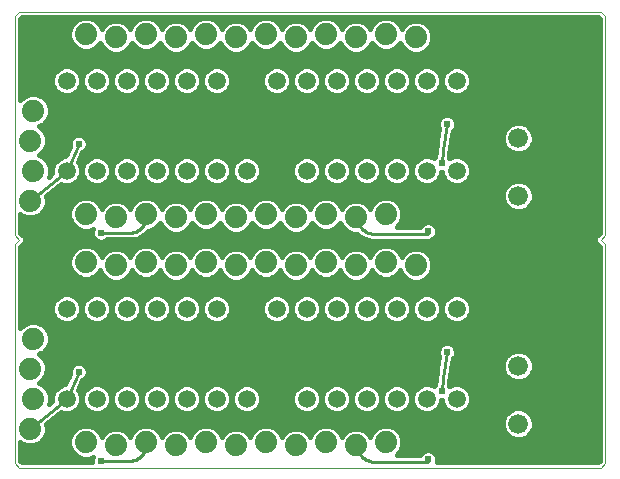
<source format=gbl>
G75*
G70*
%OFA0B0*%
%FSLAX24Y24*%
%IPPOS*%
%LPD*%
%AMOC8*
5,1,8,0,0,1.08239X$1,22.5*
%
%ADD10C,0.0000*%
%ADD11C,0.0591*%
%ADD12C,0.0660*%
%ADD13C,0.0740*%
%ADD14C,0.0356*%
%ADD15C,0.0160*%
%ADD16C,0.0100*%
%ADD17C,0.0240*%
D10*
X002416Y003180D02*
X002416Y003180D01*
X002259Y003337D01*
X002259Y003338D02*
X002259Y010621D01*
X002416Y010778D01*
X002259Y010936D01*
X002259Y010937D02*
X002259Y018219D01*
X002416Y018377D01*
X021786Y018377D01*
X021944Y018219D01*
X021944Y010936D01*
X021786Y010778D01*
X021944Y010621D01*
X021944Y003337D01*
X021944Y003337D01*
X021786Y003180D01*
X021785Y003180D02*
X002416Y003180D01*
X002416Y010778D02*
X002416Y010778D01*
X021944Y010935D02*
X021944Y010936D01*
D11*
X016986Y013078D03*
X015986Y013078D03*
X014986Y013078D03*
X013986Y013078D03*
X012986Y013078D03*
X011986Y013078D03*
X010986Y013078D03*
X009986Y013078D03*
X008986Y013078D03*
X007986Y013078D03*
X006986Y013078D03*
X005986Y013078D03*
X004986Y013078D03*
X003986Y013078D03*
X003986Y016078D03*
X004986Y016078D03*
X005986Y016078D03*
X006986Y016078D03*
X007986Y016078D03*
X008986Y016078D03*
X009986Y016078D03*
X010986Y016078D03*
X011986Y016078D03*
X012986Y016078D03*
X013986Y016078D03*
X014986Y016078D03*
X015986Y016078D03*
X016986Y016078D03*
X016986Y008480D03*
X015986Y008480D03*
X014986Y008480D03*
X013986Y008480D03*
X012986Y008480D03*
X011986Y008480D03*
X010986Y008480D03*
X009986Y008480D03*
X008986Y008480D03*
X007986Y008480D03*
X006986Y008480D03*
X005986Y008480D03*
X004986Y008480D03*
X003986Y008480D03*
X003986Y005480D03*
X004986Y005480D03*
X005986Y005480D03*
X006986Y005480D03*
X007986Y005480D03*
X008986Y005480D03*
X009986Y005480D03*
X010986Y005480D03*
X011986Y005480D03*
X012986Y005480D03*
X013986Y005480D03*
X014986Y005480D03*
X015986Y005480D03*
X016986Y005480D03*
D12*
X019044Y004641D03*
X019044Y006562D03*
X019044Y012239D03*
X019044Y014160D03*
D13*
X016632Y011628D03*
X015632Y011528D03*
X014632Y011628D03*
X013632Y011528D03*
X012632Y011628D03*
X011632Y011528D03*
X010632Y011628D03*
X009632Y011528D03*
X008632Y011628D03*
X007632Y011528D03*
X006632Y011628D03*
X005632Y011528D03*
X004632Y011628D03*
X004632Y010030D03*
X005632Y009930D03*
X006632Y010030D03*
X007632Y009930D03*
X008632Y010030D03*
X009632Y009930D03*
X010632Y010030D03*
X011632Y009930D03*
X012632Y010030D03*
X013632Y009930D03*
X014632Y010030D03*
X015632Y009930D03*
X016632Y004030D03*
X015632Y003930D03*
X014632Y004030D03*
X013632Y003930D03*
X012632Y004030D03*
X011632Y003930D03*
X010632Y004030D03*
X009632Y003930D03*
X008632Y004030D03*
X007632Y003930D03*
X006632Y004030D03*
X005632Y003930D03*
X004632Y004030D03*
X002773Y004480D03*
X002873Y005480D03*
X002773Y006480D03*
X002873Y007480D03*
X002773Y008480D03*
X002873Y009480D03*
X002773Y012078D03*
X002873Y013078D03*
X002773Y014078D03*
X002873Y015078D03*
X002773Y016078D03*
X002873Y017078D03*
X004632Y017628D03*
X005632Y017528D03*
X006632Y017628D03*
X007632Y017528D03*
X008632Y017628D03*
X009632Y017528D03*
X010632Y017628D03*
X011632Y017528D03*
X012632Y017628D03*
X013632Y017528D03*
X014632Y017628D03*
X015632Y017528D03*
D14*
X013268Y014773D03*
X008089Y014482D03*
X013268Y007174D03*
X008089Y006884D03*
X019861Y010109D03*
X021430Y011450D03*
X020452Y013180D03*
X019861Y017708D03*
X020452Y005582D03*
X021430Y003852D03*
D15*
X021764Y003816D02*
X015138Y003816D01*
X015098Y003718D02*
X015182Y003921D01*
X015182Y004139D01*
X015098Y004342D01*
X014944Y004496D01*
X014741Y004580D01*
X014523Y004580D01*
X014320Y004496D01*
X014166Y004342D01*
X014111Y004210D01*
X014098Y004242D01*
X013944Y004396D01*
X013741Y004480D01*
X013523Y004480D01*
X013320Y004396D01*
X013166Y004242D01*
X013153Y004210D01*
X013098Y004342D01*
X012944Y004496D01*
X012741Y004580D01*
X012523Y004580D01*
X012320Y004496D01*
X012166Y004342D01*
X012111Y004210D01*
X012098Y004242D01*
X011944Y004396D01*
X011741Y004480D01*
X011523Y004480D01*
X011320Y004396D01*
X011166Y004242D01*
X011153Y004210D01*
X011098Y004342D01*
X010944Y004496D01*
X010741Y004580D01*
X010523Y004580D01*
X010320Y004496D01*
X010166Y004342D01*
X010111Y004210D01*
X010098Y004242D01*
X009944Y004396D01*
X009741Y004480D01*
X009523Y004480D01*
X009320Y004396D01*
X009166Y004242D01*
X009153Y004210D01*
X009098Y004342D01*
X008944Y004496D01*
X008741Y004580D01*
X008523Y004580D01*
X008320Y004496D01*
X008166Y004342D01*
X008111Y004210D01*
X008098Y004242D01*
X007944Y004396D01*
X007741Y004480D01*
X007523Y004480D01*
X007320Y004396D01*
X007166Y004242D01*
X007153Y004210D01*
X007098Y004342D01*
X006944Y004496D01*
X006741Y004580D01*
X006523Y004580D01*
X006320Y004496D01*
X006166Y004342D01*
X006111Y004210D01*
X006098Y004242D01*
X005944Y004396D01*
X005741Y004480D01*
X005523Y004480D01*
X005320Y004396D01*
X005166Y004242D01*
X005153Y004210D01*
X005098Y004342D01*
X004944Y004496D01*
X004741Y004580D01*
X004523Y004580D01*
X004320Y004496D01*
X004166Y004342D01*
X004082Y004139D01*
X004082Y003921D01*
X004166Y003718D01*
X004320Y003564D01*
X004523Y003480D01*
X004741Y003480D01*
X004854Y003527D01*
X004833Y003476D01*
X004833Y003360D01*
X002491Y003360D01*
X002439Y003412D01*
X002439Y004036D01*
X002461Y004014D01*
X002663Y003930D01*
X002882Y003930D01*
X003084Y004014D01*
X003239Y004168D01*
X003323Y004371D01*
X003323Y004589D01*
X003308Y004623D01*
X003811Y005038D01*
X003892Y005005D01*
X004081Y005005D01*
X004256Y005077D01*
X004389Y005211D01*
X004462Y005385D01*
X004462Y005575D01*
X004389Y005749D01*
X004368Y005770D01*
X004516Y006098D01*
X004555Y006115D01*
X004639Y006199D01*
X004685Y006309D01*
X004685Y006429D01*
X004639Y006539D01*
X004555Y006623D01*
X004444Y006669D01*
X004325Y006669D01*
X004215Y006623D01*
X004130Y006539D01*
X004085Y006429D01*
X004085Y006309D01*
X004095Y006285D01*
X003947Y005955D01*
X003892Y005955D01*
X003717Y005883D01*
X003583Y005749D01*
X003511Y005575D01*
X003511Y005386D01*
X003387Y005284D01*
X003423Y005371D01*
X003423Y005589D01*
X003339Y005792D01*
X003184Y005946D01*
X003053Y006001D01*
X003084Y006014D01*
X003239Y006168D01*
X003323Y006371D01*
X003323Y006589D01*
X003239Y006792D01*
X003084Y006946D01*
X003053Y006959D01*
X003184Y007014D01*
X003339Y007168D01*
X003423Y007371D01*
X003423Y007589D01*
X003339Y007792D01*
X003184Y007946D01*
X003053Y008001D01*
X003084Y008014D01*
X003239Y008168D01*
X003323Y008371D01*
X003323Y008589D01*
X003239Y008792D01*
X003084Y008946D01*
X003053Y008959D01*
X003184Y009014D01*
X003339Y009168D01*
X003423Y009371D01*
X003423Y009589D01*
X003339Y009792D01*
X003184Y009946D01*
X002982Y010030D01*
X002763Y010030D01*
X002561Y009946D01*
X002439Y009824D01*
X002439Y010546D01*
X002491Y010598D01*
X002596Y010704D01*
X002596Y010853D01*
X002439Y011010D01*
X002439Y011634D01*
X002461Y011612D01*
X002663Y011528D01*
X002882Y011528D01*
X003084Y011612D01*
X003239Y011767D01*
X003323Y011969D01*
X003323Y012188D01*
X003308Y012222D01*
X003811Y012636D01*
X003892Y012603D01*
X004081Y012603D01*
X004256Y012676D01*
X004389Y012809D01*
X004462Y012984D01*
X004462Y013173D01*
X004389Y013348D01*
X004368Y013369D01*
X004516Y013697D01*
X004555Y013713D01*
X004639Y013797D01*
X004685Y013908D01*
X004685Y014027D01*
X004639Y014137D01*
X004555Y014222D01*
X004444Y014267D01*
X004325Y014267D01*
X004215Y014222D01*
X004130Y014137D01*
X004085Y014027D01*
X004085Y013908D01*
X004095Y013883D01*
X003947Y013554D01*
X003892Y013554D01*
X003717Y013481D01*
X003583Y013348D01*
X003511Y013173D01*
X003511Y012985D01*
X003387Y012882D01*
X003423Y012969D01*
X003423Y013188D01*
X003339Y013390D01*
X003184Y013545D01*
X003053Y013599D01*
X003084Y013612D01*
X003239Y013767D01*
X003323Y013969D01*
X003323Y014188D01*
X003239Y014390D01*
X003084Y014545D01*
X003053Y014558D01*
X003184Y014612D01*
X003339Y014767D01*
X003423Y014969D01*
X003423Y015188D01*
X003339Y015390D01*
X003184Y015545D01*
X002982Y015628D01*
X002763Y015628D01*
X002561Y015545D01*
X002439Y015423D01*
X002439Y018145D01*
X002491Y018197D01*
X021712Y018197D01*
X021764Y018145D01*
X021764Y011010D01*
X021606Y010853D01*
X021606Y010704D01*
X021712Y010598D01*
X021764Y010546D01*
X021764Y007778D01*
X003344Y007778D01*
X003339Y007792D01*
X003184Y007946D01*
X002982Y008030D01*
X002763Y008030D01*
X002561Y007946D01*
X002439Y007824D01*
X002439Y010546D01*
X002491Y010598D01*
X002491Y010598D01*
X002596Y010704D01*
X002596Y010853D01*
X002439Y011010D01*
X002439Y011634D01*
X002461Y011612D01*
X002663Y011528D01*
X002882Y011528D01*
X003084Y011612D01*
X003239Y011767D01*
X003323Y011969D01*
X003323Y012188D01*
X003308Y012222D01*
X003811Y012636D01*
X003892Y012603D01*
X004081Y012603D01*
X004256Y012676D01*
X004389Y012809D01*
X004462Y012984D01*
X004462Y013173D01*
X004389Y013348D01*
X004368Y013369D01*
X004516Y013697D01*
X004555Y013713D01*
X004639Y013797D01*
X004685Y013908D01*
X004685Y014027D01*
X004639Y014137D01*
X004555Y014222D01*
X004444Y014267D01*
X004325Y014267D01*
X004215Y014222D01*
X004130Y014137D01*
X004085Y014027D01*
X004085Y013908D01*
X004095Y013883D01*
X003947Y013554D01*
X003892Y013554D01*
X003717Y013481D01*
X003583Y013348D01*
X003511Y013173D01*
X003511Y012985D01*
X003387Y012882D01*
X003423Y012969D01*
X003423Y013188D01*
X003339Y013390D01*
X003184Y013545D01*
X003053Y013599D01*
X003084Y013612D01*
X003239Y013767D01*
X003323Y013969D01*
X003323Y014188D01*
X003239Y014390D01*
X003084Y014545D01*
X003053Y014558D01*
X003184Y014612D01*
X003339Y014767D01*
X003423Y014969D01*
X003423Y015188D01*
X003339Y015390D01*
X003184Y015545D01*
X003053Y015599D01*
X003084Y015612D01*
X003239Y015767D01*
X003323Y015969D01*
X003323Y016188D01*
X003239Y016390D01*
X003084Y016545D01*
X003053Y016558D01*
X003184Y016612D01*
X003339Y016767D01*
X003423Y016969D01*
X003423Y017188D01*
X003339Y017390D01*
X003184Y017545D01*
X002982Y017628D01*
X002763Y017628D01*
X002561Y017545D01*
X002439Y017422D01*
X002439Y018145D01*
X002491Y018197D01*
X021712Y018197D01*
X021764Y018145D01*
X021764Y011581D01*
X021734Y011653D01*
X021633Y011754D01*
X021502Y011808D01*
X021359Y011808D01*
X021228Y011754D01*
X021127Y011653D01*
X021072Y011521D01*
X021072Y011379D01*
X021127Y011247D01*
X021228Y011146D01*
X021359Y011092D01*
X021502Y011092D01*
X021633Y011146D01*
X021734Y011247D01*
X021764Y011319D01*
X021764Y011010D01*
X021606Y010853D01*
X021606Y010704D01*
X021712Y010598D01*
X021712Y010598D01*
X021764Y010546D01*
X021764Y003412D01*
X021712Y003360D01*
X016323Y003360D01*
X016338Y003396D01*
X016338Y003515D01*
X016293Y003626D01*
X016208Y003710D01*
X016098Y003756D01*
X015979Y003756D01*
X015868Y003710D01*
X015784Y003626D01*
X015776Y003607D01*
X014987Y003607D01*
X015098Y003718D01*
X015037Y003657D02*
X015815Y003657D01*
X016261Y003657D02*
X021764Y003657D01*
X021764Y003499D02*
X016338Y003499D01*
X015182Y003974D02*
X021764Y003974D01*
X021764Y004133D02*
X019150Y004133D01*
X019145Y004131D02*
X019333Y004208D01*
X019476Y004352D01*
X019554Y004539D01*
X019554Y004742D01*
X019476Y004930D01*
X019333Y005073D01*
X019145Y005151D01*
X018942Y005151D01*
X018755Y005073D01*
X018611Y004930D01*
X018534Y004742D01*
X018534Y004539D01*
X018611Y004352D01*
X018755Y004208D01*
X018942Y004131D01*
X019145Y004131D01*
X018938Y004133D02*
X015182Y004133D01*
X015119Y004291D02*
X018672Y004291D01*
X018571Y004450D02*
X014990Y004450D01*
X015081Y005005D02*
X015256Y005077D01*
X015389Y005211D01*
X015462Y005385D01*
X015462Y005575D01*
X015389Y005749D01*
X015256Y005883D01*
X015081Y005955D01*
X014892Y005955D01*
X014717Y005883D01*
X014583Y005749D01*
X014511Y005575D01*
X014511Y005385D01*
X014583Y005211D01*
X014717Y005077D01*
X014892Y005005D01*
X015081Y005005D01*
X015262Y005084D02*
X015711Y005084D01*
X015717Y005077D02*
X015892Y005005D01*
X016081Y005005D01*
X016256Y005077D01*
X016389Y005211D01*
X016462Y005385D01*
X016462Y005439D01*
X016511Y005439D01*
X016511Y005385D01*
X016583Y005211D01*
X016717Y005077D01*
X016892Y005005D01*
X017081Y005005D01*
X017256Y005077D01*
X017389Y005211D01*
X017462Y005385D01*
X017462Y005575D01*
X017389Y005749D01*
X017256Y005883D01*
X017081Y005955D01*
X016892Y005955D01*
X016750Y005897D01*
X016745Y005909D01*
X016737Y005917D01*
X016747Y006043D01*
X016834Y006677D01*
X016858Y006804D01*
X016923Y006868D01*
X016968Y006979D01*
X016968Y007098D01*
X016923Y007208D01*
X016838Y007293D01*
X016728Y007338D01*
X016609Y007338D01*
X016498Y007293D01*
X016414Y007208D01*
X016368Y007098D01*
X016368Y006979D01*
X016403Y006894D01*
X016375Y006756D01*
X016284Y006090D01*
X016274Y005947D01*
X016237Y005909D01*
X016230Y005893D01*
X016081Y005955D01*
X015892Y005955D01*
X015717Y005883D01*
X015583Y005749D01*
X015511Y005575D01*
X015511Y005385D01*
X015583Y005211D01*
X015717Y005077D01*
X015570Y005242D02*
X015402Y005242D01*
X015462Y005401D02*
X015511Y005401D01*
X015511Y005559D02*
X015462Y005559D01*
X015402Y005718D02*
X015570Y005718D01*
X015710Y005876D02*
X015262Y005876D01*
X014710Y005876D02*
X014262Y005876D01*
X014256Y005883D02*
X014081Y005955D01*
X013892Y005955D01*
X013717Y005883D01*
X013583Y005749D01*
X013511Y005575D01*
X013511Y005385D01*
X013583Y005211D01*
X013717Y005077D01*
X013892Y005005D01*
X014081Y005005D01*
X014256Y005077D01*
X014389Y005211D01*
X014462Y005385D01*
X014462Y005575D01*
X014389Y005749D01*
X014256Y005883D01*
X014402Y005718D02*
X014570Y005718D01*
X014511Y005559D02*
X014462Y005559D01*
X014462Y005401D02*
X014511Y005401D01*
X014570Y005242D02*
X014402Y005242D01*
X014262Y005084D02*
X014711Y005084D01*
X014274Y004450D02*
X013815Y004450D01*
X014049Y004291D02*
X014145Y004291D01*
X013711Y005084D02*
X013262Y005084D01*
X013256Y005077D02*
X013389Y005211D01*
X013462Y005385D01*
X013462Y005575D01*
X013389Y005749D01*
X013256Y005883D01*
X013081Y005955D01*
X012892Y005955D01*
X012717Y005883D01*
X012583Y005749D01*
X012511Y005575D01*
X012511Y005385D01*
X012583Y005211D01*
X012717Y005077D01*
X012892Y005005D01*
X013081Y005005D01*
X013256Y005077D01*
X013402Y005242D02*
X013570Y005242D01*
X013511Y005401D02*
X013462Y005401D01*
X013462Y005559D02*
X013511Y005559D01*
X013570Y005718D02*
X013402Y005718D01*
X013262Y005876D02*
X013710Y005876D01*
X012710Y005876D02*
X012262Y005876D01*
X012256Y005883D02*
X012081Y005955D01*
X011892Y005955D01*
X011717Y005883D01*
X011583Y005749D01*
X011511Y005575D01*
X011511Y005385D01*
X011583Y005211D01*
X011717Y005077D01*
X011892Y005005D01*
X012081Y005005D01*
X012256Y005077D01*
X012389Y005211D01*
X012462Y005385D01*
X012462Y005575D01*
X012389Y005749D01*
X012256Y005883D01*
X012402Y005718D02*
X012570Y005718D01*
X012511Y005559D02*
X012462Y005559D01*
X012462Y005401D02*
X012511Y005401D01*
X012570Y005242D02*
X012402Y005242D01*
X012262Y005084D02*
X012711Y005084D01*
X012990Y004450D02*
X013449Y004450D01*
X013215Y004291D02*
X013119Y004291D01*
X012274Y004450D02*
X011815Y004450D01*
X012049Y004291D02*
X012145Y004291D01*
X011711Y005084D02*
X010262Y005084D01*
X010256Y005077D02*
X010389Y005211D01*
X010462Y005385D01*
X010462Y005575D01*
X010389Y005749D01*
X010256Y005883D01*
X010081Y005955D01*
X009892Y005955D01*
X009717Y005883D01*
X009583Y005749D01*
X009511Y005575D01*
X009511Y005385D01*
X009583Y005211D01*
X009717Y005077D01*
X009892Y005005D01*
X010081Y005005D01*
X010256Y005077D01*
X010402Y005242D02*
X011570Y005242D01*
X011511Y005401D02*
X010462Y005401D01*
X010462Y005559D02*
X011511Y005559D01*
X011570Y005718D02*
X010402Y005718D01*
X010262Y005876D02*
X011710Y005876D01*
X011449Y004450D02*
X010990Y004450D01*
X011119Y004291D02*
X011215Y004291D01*
X010274Y004450D02*
X009815Y004450D01*
X010049Y004291D02*
X010145Y004291D01*
X009449Y004450D02*
X008990Y004450D01*
X009119Y004291D02*
X009215Y004291D01*
X009081Y005005D02*
X009256Y005077D01*
X009389Y005211D01*
X009462Y005385D01*
X009462Y005575D01*
X009389Y005749D01*
X009256Y005883D01*
X009081Y005955D01*
X008892Y005955D01*
X008717Y005883D01*
X008583Y005749D01*
X008511Y005575D01*
X008511Y005385D01*
X008583Y005211D01*
X008717Y005077D01*
X008892Y005005D01*
X009081Y005005D01*
X009262Y005084D02*
X009711Y005084D01*
X009570Y005242D02*
X009402Y005242D01*
X009462Y005401D02*
X009511Y005401D01*
X009511Y005559D02*
X009462Y005559D01*
X009402Y005718D02*
X009570Y005718D01*
X009710Y005876D02*
X009262Y005876D01*
X008710Y005876D02*
X008262Y005876D01*
X008256Y005883D02*
X008081Y005955D01*
X007892Y005955D01*
X007717Y005883D01*
X007583Y005749D01*
X007511Y005575D01*
X007511Y005385D01*
X007583Y005211D01*
X007717Y005077D01*
X007892Y005005D01*
X008081Y005005D01*
X008256Y005077D01*
X008389Y005211D01*
X008462Y005385D01*
X008462Y005575D01*
X008389Y005749D01*
X008256Y005883D01*
X008402Y005718D02*
X008570Y005718D01*
X008511Y005559D02*
X008462Y005559D01*
X008462Y005401D02*
X008511Y005401D01*
X008570Y005242D02*
X008402Y005242D01*
X008262Y005084D02*
X008711Y005084D01*
X008274Y004450D02*
X007815Y004450D01*
X008049Y004291D02*
X008145Y004291D01*
X007711Y005084D02*
X007262Y005084D01*
X007256Y005077D02*
X007389Y005211D01*
X007462Y005385D01*
X007462Y005575D01*
X007389Y005749D01*
X007256Y005883D01*
X007081Y005955D01*
X006892Y005955D01*
X006717Y005883D01*
X006583Y005749D01*
X006511Y005575D01*
X006511Y005385D01*
X006583Y005211D01*
X006717Y005077D01*
X006892Y005005D01*
X007081Y005005D01*
X007256Y005077D01*
X007402Y005242D02*
X007570Y005242D01*
X007511Y005401D02*
X007462Y005401D01*
X007462Y005559D02*
X007511Y005559D01*
X007570Y005718D02*
X007402Y005718D01*
X007262Y005876D02*
X007710Y005876D01*
X006710Y005876D02*
X006262Y005876D01*
X006256Y005883D02*
X006081Y005955D01*
X005892Y005955D01*
X005717Y005883D01*
X005583Y005749D01*
X005511Y005575D01*
X005511Y005385D01*
X005583Y005211D01*
X005717Y005077D01*
X005892Y005005D01*
X006081Y005005D01*
X006256Y005077D01*
X006389Y005211D01*
X006462Y005385D01*
X006462Y005575D01*
X006389Y005749D01*
X006256Y005883D01*
X006402Y005718D02*
X006570Y005718D01*
X006511Y005559D02*
X006462Y005559D01*
X006462Y005401D02*
X006511Y005401D01*
X006570Y005242D02*
X006402Y005242D01*
X006262Y005084D02*
X006711Y005084D01*
X006990Y004450D02*
X007449Y004450D01*
X007215Y004291D02*
X007119Y004291D01*
X006274Y004450D02*
X005815Y004450D01*
X006049Y004291D02*
X006145Y004291D01*
X005449Y004450D02*
X004990Y004450D01*
X005119Y004291D02*
X005215Y004291D01*
X005081Y005005D02*
X005256Y005077D01*
X005389Y005211D01*
X005462Y005385D01*
X005462Y005575D01*
X005389Y005749D01*
X005256Y005883D01*
X005081Y005955D01*
X004892Y005955D01*
X004717Y005883D01*
X004583Y005749D01*
X004511Y005575D01*
X004511Y005385D01*
X004583Y005211D01*
X004717Y005077D01*
X004892Y005005D01*
X005081Y005005D01*
X005262Y005084D02*
X005711Y005084D01*
X005570Y005242D02*
X005402Y005242D01*
X005462Y005401D02*
X005511Y005401D01*
X005511Y005559D02*
X005462Y005559D01*
X005402Y005718D02*
X005570Y005718D01*
X005710Y005876D02*
X005262Y005876D01*
X004710Y005876D02*
X004416Y005876D01*
X004402Y005718D02*
X004570Y005718D01*
X004511Y005559D02*
X004462Y005559D01*
X004462Y005401D02*
X004511Y005401D01*
X004570Y005242D02*
X004402Y005242D01*
X004262Y005084D02*
X004711Y005084D01*
X004274Y004450D02*
X003323Y004450D01*
X003315Y004608D02*
X018534Y004608D01*
X018544Y004767D02*
X003482Y004767D01*
X003674Y004925D02*
X018610Y004925D01*
X018780Y005084D02*
X017262Y005084D01*
X017402Y005242D02*
X021764Y005242D01*
X021764Y005084D02*
X019307Y005084D01*
X019478Y004925D02*
X021764Y004925D01*
X021764Y004767D02*
X019544Y004767D01*
X019554Y004608D02*
X021764Y004608D01*
X021764Y004450D02*
X019517Y004450D01*
X019415Y004291D02*
X021764Y004291D01*
X021764Y005401D02*
X017462Y005401D01*
X017462Y005559D02*
X021764Y005559D01*
X021764Y005718D02*
X017402Y005718D01*
X017262Y005876D02*
X021764Y005876D01*
X021764Y006035D02*
X016747Y006035D01*
X016768Y006193D02*
X018691Y006193D01*
X018755Y006130D02*
X018942Y006052D01*
X019145Y006052D01*
X019333Y006130D01*
X019476Y006273D01*
X019554Y006460D01*
X019554Y006663D01*
X019476Y006851D01*
X019333Y006994D01*
X019145Y007072D01*
X018942Y007072D01*
X018755Y006994D01*
X018611Y006851D01*
X018534Y006663D01*
X018534Y006460D01*
X018611Y006273D01*
X018755Y006130D01*
X018579Y006352D02*
X016790Y006352D01*
X016811Y006510D02*
X018534Y006510D01*
X018536Y006669D02*
X016833Y006669D01*
X016881Y006827D02*
X018602Y006827D01*
X018746Y006986D02*
X016968Y006986D01*
X016949Y007144D02*
X021764Y007144D01*
X021764Y006986D02*
X019341Y006986D01*
X019486Y006827D02*
X021764Y006827D01*
X021764Y006669D02*
X019552Y006669D01*
X019554Y006510D02*
X021764Y006510D01*
X021764Y006352D02*
X019509Y006352D01*
X019396Y006193D02*
X021764Y006193D01*
X021764Y007303D02*
X016814Y007303D01*
X016522Y007303D02*
X003394Y007303D01*
X003423Y007461D02*
X021764Y007461D01*
X021764Y007620D02*
X003410Y007620D01*
X003344Y007778D02*
X021764Y007778D01*
X021764Y007937D02*
X003194Y007937D01*
X021764Y007937D01*
X021764Y008095D02*
X017274Y008095D01*
X021764Y008095D01*
X021764Y008254D02*
X017407Y008254D01*
X021764Y008254D01*
X021764Y008412D02*
X017462Y008412D01*
X021764Y008412D01*
X021764Y008571D02*
X017462Y008571D01*
X021764Y008571D01*
X021764Y008729D02*
X017398Y008729D01*
X021764Y008729D01*
X021764Y008888D02*
X017244Y008888D01*
X021764Y008888D01*
X021764Y009046D02*
X003216Y009046D01*
X003143Y008888D02*
X003728Y008888D01*
X002439Y008888D01*
X002439Y009046D02*
X021764Y009046D01*
X021764Y009205D02*
X003354Y009205D01*
X003419Y009363D02*
X021764Y009363D01*
X002439Y009363D01*
X002439Y009205D02*
X021764Y009205D01*
X021764Y009522D02*
X016001Y009522D01*
X021764Y009522D01*
X021764Y009680D02*
X016124Y009680D01*
X021764Y009680D01*
X021764Y009839D02*
X020097Y009839D01*
X020064Y009806D02*
X020165Y009906D01*
X020219Y010038D01*
X020219Y010180D01*
X020165Y010312D01*
X020064Y010413D01*
X019932Y010467D01*
X019790Y010467D01*
X019658Y010413D01*
X019558Y010312D01*
X019503Y010180D01*
X019503Y010038D01*
X019558Y009906D01*
X019658Y009806D01*
X019790Y009751D01*
X019932Y009751D01*
X020064Y009806D01*
X020202Y009997D02*
X021764Y009997D01*
X016182Y009997D01*
X019520Y009997D01*
X019503Y010156D02*
X016134Y010156D01*
X021764Y010156D01*
X020219Y010156D01*
X020163Y010314D02*
X021764Y010314D01*
X016026Y010314D01*
X019560Y010314D01*
X019625Y009839D02*
X016182Y009839D01*
X021764Y009839D01*
X021764Y010473D02*
X015759Y010473D01*
X021764Y010473D01*
X021712Y010598D02*
X021712Y010598D01*
X021679Y010631D02*
X002523Y010631D01*
X021679Y010631D01*
X021606Y010790D02*
X016184Y010790D01*
X021606Y010790D01*
X021701Y010948D02*
X016319Y010948D01*
X021701Y010948D01*
X021764Y011107D02*
X021537Y011107D01*
X021324Y011107D02*
X016809Y011107D01*
X016741Y011078D02*
X016944Y011162D01*
X017098Y011317D01*
X017182Y011519D01*
X017182Y011738D01*
X017098Y011940D01*
X016944Y012095D01*
X016741Y012178D01*
X016523Y012178D01*
X016320Y012095D01*
X016166Y011940D01*
X016111Y011809D01*
X016098Y011840D01*
X015944Y011995D01*
X015741Y012078D01*
X015523Y012078D01*
X015320Y011995D01*
X015166Y011840D01*
X015153Y011809D01*
X015098Y011940D01*
X014944Y012095D01*
X014741Y012178D01*
X014523Y012178D01*
X014320Y012095D01*
X014166Y011940D01*
X014111Y011809D01*
X014098Y011840D01*
X013944Y011995D01*
X013741Y012078D01*
X013523Y012078D01*
X013320Y011995D01*
X013166Y011840D01*
X013153Y011809D01*
X013098Y011940D01*
X012944Y012095D01*
X012741Y012178D01*
X012523Y012178D01*
X012320Y012095D01*
X012166Y011940D01*
X012111Y011809D01*
X012098Y011840D01*
X011944Y011995D01*
X011741Y012078D01*
X011523Y012078D01*
X011320Y011995D01*
X011166Y011840D01*
X011153Y011809D01*
X011098Y011940D01*
X010944Y012095D01*
X010741Y012178D01*
X010523Y012178D01*
X010320Y012095D01*
X010166Y011940D01*
X010111Y011809D01*
X010098Y011840D01*
X009944Y011995D01*
X009741Y012078D01*
X009523Y012078D01*
X009320Y011995D01*
X009166Y011840D01*
X009153Y011809D01*
X009098Y011940D01*
X008944Y012095D01*
X008741Y012178D01*
X008523Y012178D01*
X008320Y012095D01*
X008166Y011940D01*
X008111Y011809D01*
X008098Y011840D01*
X007944Y011995D01*
X007741Y012078D01*
X007523Y012078D01*
X007320Y011995D01*
X007166Y011840D01*
X007153Y011809D01*
X007098Y011940D01*
X006944Y012095D01*
X006741Y012178D01*
X006523Y012178D01*
X006320Y012095D01*
X006166Y011940D01*
X006111Y011809D01*
X006098Y011840D01*
X005944Y011995D01*
X005741Y012078D01*
X005523Y012078D01*
X005320Y011995D01*
X005166Y011840D01*
X005153Y011809D01*
X005098Y011940D01*
X004944Y012095D01*
X004741Y012178D01*
X004523Y012178D01*
X004320Y012095D01*
X004166Y011940D01*
X004082Y011738D01*
X004082Y011519D01*
X004166Y011317D01*
X004320Y011162D01*
X004523Y011078D01*
X004741Y011078D01*
X004854Y011125D01*
X004833Y011074D01*
X004833Y010955D01*
X004878Y010845D01*
X004963Y010760D01*
X005073Y010715D01*
X005192Y010715D01*
X005303Y010760D01*
X005327Y010785D01*
X006076Y010785D01*
X006087Y010776D01*
X006169Y010785D01*
X006252Y010785D01*
X006262Y010795D01*
X006337Y010803D01*
X006610Y010956D01*
X006610Y010956D01*
X006610Y010956D01*
X006337Y010803D01*
X006337Y010803D01*
X006337Y010803D01*
X006262Y010795D01*
X006252Y010785D01*
X006169Y010785D01*
X006087Y010776D01*
X006076Y010785D01*
X005327Y010785D01*
X005303Y010760D01*
X005192Y010715D01*
X005073Y010715D01*
X004963Y010760D01*
X004878Y010845D01*
X004833Y010955D01*
X004833Y011074D01*
X004854Y011125D01*
X004741Y011078D01*
X004523Y011078D01*
X004320Y011162D01*
X004166Y011317D01*
X004082Y011519D01*
X004082Y011738D01*
X004166Y011940D01*
X004320Y012095D01*
X004523Y012178D01*
X004741Y012178D01*
X004944Y012095D01*
X005098Y011940D01*
X005153Y011809D01*
X005166Y011840D01*
X005320Y011995D01*
X005523Y012078D01*
X005741Y012078D01*
X005944Y011995D01*
X006098Y011840D01*
X006111Y011809D01*
X006166Y011940D01*
X006320Y012095D01*
X006523Y012178D01*
X006741Y012178D01*
X006944Y012095D01*
X007098Y011940D01*
X007153Y011809D01*
X007166Y011840D01*
X007320Y011995D01*
X007523Y012078D01*
X007741Y012078D01*
X007944Y011995D01*
X008098Y011840D01*
X008111Y011809D01*
X008166Y011940D01*
X008320Y012095D01*
X008523Y012178D01*
X008741Y012178D01*
X008944Y012095D01*
X009098Y011940D01*
X009153Y011809D01*
X009166Y011840D01*
X009320Y011995D01*
X009523Y012078D01*
X009741Y012078D01*
X009944Y011995D01*
X010098Y011840D01*
X010111Y011809D01*
X010166Y011940D01*
X010320Y012095D01*
X010523Y012178D01*
X010741Y012178D01*
X010944Y012095D01*
X011098Y011940D01*
X011153Y011809D01*
X011166Y011840D01*
X011320Y011995D01*
X011523Y012078D01*
X011741Y012078D01*
X011944Y011995D01*
X012098Y011840D01*
X012111Y011809D01*
X012166Y011940D01*
X012320Y012095D01*
X012523Y012178D01*
X012741Y012178D01*
X012944Y012095D01*
X013098Y011940D01*
X013153Y011809D01*
X013166Y011840D01*
X013320Y011995D01*
X013523Y012078D01*
X013741Y012078D01*
X013944Y011995D01*
X014098Y011840D01*
X014111Y011809D01*
X014166Y011940D01*
X014320Y012095D01*
X014523Y012178D01*
X014741Y012178D01*
X014944Y012095D01*
X015098Y011940D01*
X015182Y011738D01*
X015182Y011519D01*
X015098Y011317D01*
X014987Y011205D01*
X015776Y011205D01*
X015784Y011224D01*
X015868Y011308D01*
X015979Y011354D01*
X016098Y011354D01*
X016208Y011308D01*
X016293Y011224D01*
X016338Y011114D01*
X016338Y010994D01*
X016293Y010884D01*
X016208Y010800D01*
X016174Y010785D01*
X016134Y010745D01*
X014317Y010745D01*
X014161Y010730D01*
X014161Y010730D01*
X014317Y010745D01*
X016134Y010745D01*
X016174Y010785D01*
X016208Y010800D01*
X016293Y010884D01*
X016338Y010994D01*
X016338Y011114D01*
X016317Y011166D01*
X016320Y011162D01*
X016523Y011078D01*
X016741Y011078D01*
X016455Y011107D02*
X016338Y011107D01*
X021764Y011107D01*
X021764Y011265D02*
X016251Y011265D01*
X015825Y011265D02*
X015046Y011265D01*
X015142Y011424D02*
X021764Y011424D01*
X021764Y011582D02*
X015182Y011582D01*
X015181Y011741D02*
X018914Y011741D01*
X017181Y011741D01*
X017182Y011582D02*
X021097Y011582D01*
X021072Y011424D02*
X017142Y011424D01*
X017046Y011265D02*
X021119Y011265D01*
X021214Y011741D02*
X019173Y011741D01*
X021764Y011741D01*
X021646Y011741D01*
X021764Y011899D02*
X019425Y011899D01*
X021764Y011899D01*
X021764Y012058D02*
X019521Y012058D01*
X021764Y012058D01*
X021764Y012216D02*
X019554Y012216D01*
X021764Y012216D01*
X021764Y012375D02*
X019540Y012375D01*
X021764Y012375D01*
X021764Y012533D02*
X019471Y012533D01*
X021764Y012533D01*
X021764Y012692D02*
X019284Y012692D01*
X021764Y012692D01*
X021764Y012850D02*
X017406Y012850D01*
X020312Y012850D01*
X020249Y012876D02*
X020380Y012822D01*
X020523Y012822D01*
X020655Y012876D01*
X020755Y012977D01*
X020810Y013109D01*
X020810Y013251D01*
X020755Y013383D01*
X020655Y013484D01*
X020523Y013538D01*
X020380Y013538D01*
X020249Y013484D01*
X020148Y013383D01*
X020094Y013251D01*
X020094Y013109D01*
X020148Y012977D01*
X020249Y012876D01*
X020135Y013009D02*
X017462Y013009D01*
X021764Y013009D01*
X020768Y013009D01*
X020810Y013167D02*
X021764Y013167D01*
X017462Y013167D01*
X020094Y013167D01*
X020124Y013326D02*
X017398Y013326D01*
X021764Y013326D01*
X020779Y013326D01*
X020653Y013484D02*
X021764Y013484D01*
X017249Y013484D01*
X020250Y013484D01*
X020591Y012850D02*
X021764Y012850D01*
X021764Y013643D02*
X016748Y013643D01*
X021764Y013643D01*
X021764Y013801D02*
X019406Y013801D01*
X021764Y013801D01*
X021764Y013960D02*
X019513Y013960D01*
X021764Y013960D01*
X021764Y014118D02*
X019554Y014118D01*
X021764Y014118D01*
X021764Y014277D02*
X019548Y014277D01*
X021764Y014277D01*
X021764Y014435D02*
X019482Y014435D01*
X021764Y014435D01*
X021764Y014594D02*
X019330Y014594D01*
X021764Y014594D01*
X021764Y014752D02*
X016945Y014752D01*
X021764Y014752D01*
X021764Y014911D02*
X016791Y014911D01*
X021764Y014911D01*
X021764Y015069D02*
X003423Y015069D01*
X013058Y015069D01*
X013065Y015077D02*
X012965Y014976D01*
X012910Y014844D01*
X012910Y014702D01*
X012965Y014570D01*
X013065Y014469D01*
X013197Y014415D01*
X013339Y014415D01*
X013471Y014469D01*
X013572Y014570D01*
X013626Y014702D01*
X013626Y014844D01*
X013572Y014976D01*
X013471Y015077D01*
X013339Y015131D01*
X013197Y015131D01*
X013065Y015077D01*
X012938Y014911D02*
X003398Y014911D01*
X016546Y014911D01*
X013599Y014911D01*
X013626Y014752D02*
X016391Y014752D01*
X003324Y014752D01*
X007853Y014752D01*
X007887Y014786D02*
X007786Y014685D01*
X007731Y014554D01*
X007731Y014411D01*
X007786Y014280D01*
X007887Y014179D01*
X008018Y014124D01*
X008161Y014124D01*
X008292Y014179D01*
X008393Y014280D01*
X008448Y014411D01*
X008448Y014554D01*
X008393Y014685D01*
X008292Y014786D01*
X008161Y014840D01*
X008018Y014840D01*
X007887Y014786D01*
X007748Y014594D02*
X003139Y014594D01*
X016368Y014594D01*
X013582Y014594D01*
X013388Y014435D02*
X016392Y014435D01*
X003194Y014435D01*
X007731Y014435D01*
X007789Y014277D02*
X003286Y014277D01*
X016364Y014277D01*
X008390Y014277D01*
X008448Y014435D02*
X013148Y014435D01*
X012955Y014594D02*
X008431Y014594D01*
X008326Y014752D02*
X012910Y014752D01*
X012892Y015603D02*
X013081Y015603D01*
X013256Y015676D01*
X013389Y015809D01*
X013462Y015984D01*
X013462Y016173D01*
X013389Y016348D01*
X013256Y016481D01*
X013081Y016554D01*
X012892Y016554D01*
X012717Y016481D01*
X012583Y016348D01*
X012511Y016173D01*
X012511Y015984D01*
X012583Y015809D01*
X012717Y015676D01*
X012892Y015603D01*
X013081Y015603D01*
X013256Y015676D01*
X013389Y015809D01*
X013462Y015984D01*
X013462Y016173D01*
X013389Y016348D01*
X013256Y016481D01*
X013081Y016554D01*
X012892Y016554D01*
X012717Y016481D01*
X012583Y016348D01*
X012511Y016173D01*
X012511Y015984D01*
X012583Y015809D01*
X012717Y015676D01*
X012892Y015603D01*
X012689Y015703D02*
X012283Y015703D01*
X012689Y015703D01*
X012562Y015862D02*
X012411Y015862D01*
X012562Y015862D01*
X012462Y015984D02*
X012389Y015809D01*
X012256Y015676D01*
X012081Y015603D01*
X011892Y015603D01*
X011717Y015676D01*
X011583Y015809D01*
X011511Y015984D01*
X011511Y016173D01*
X011583Y016348D01*
X011717Y016481D01*
X011892Y016554D01*
X012081Y016554D01*
X012256Y016481D01*
X012389Y016348D01*
X012462Y016173D01*
X012462Y015984D01*
X012389Y015809D01*
X012256Y015676D01*
X012081Y015603D01*
X011892Y015603D01*
X011717Y015676D01*
X011583Y015809D01*
X011511Y015984D01*
X011511Y016173D01*
X011583Y016348D01*
X011717Y016481D01*
X011892Y016554D01*
X012081Y016554D01*
X012256Y016481D01*
X012389Y016348D01*
X012462Y016173D01*
X012462Y015984D01*
X012462Y016020D02*
X012511Y016020D01*
X012462Y016020D01*
X012459Y016179D02*
X012513Y016179D01*
X012459Y016179D01*
X012394Y016337D02*
X012579Y016337D01*
X012394Y016337D01*
X012221Y016496D02*
X012751Y016496D01*
X012221Y016496D01*
X011751Y016496D02*
X011221Y016496D01*
X011751Y016496D01*
X011579Y016337D02*
X011394Y016337D01*
X011579Y016337D01*
X011513Y016179D02*
X011459Y016179D01*
X011513Y016179D01*
X011462Y016173D02*
X011389Y016348D01*
X011256Y016481D01*
X011081Y016554D01*
X010892Y016554D01*
X010717Y016481D01*
X010583Y016348D01*
X010511Y016173D01*
X010511Y015984D01*
X010583Y015809D01*
X010717Y015676D01*
X010892Y015603D01*
X011081Y015603D01*
X011256Y015676D01*
X011389Y015809D01*
X011462Y015984D01*
X011462Y016173D01*
X011389Y016348D01*
X011256Y016481D01*
X011081Y016554D01*
X010892Y016554D01*
X010717Y016481D01*
X010583Y016348D01*
X010511Y016173D01*
X010511Y015984D01*
X010583Y015809D01*
X010717Y015676D01*
X010892Y015603D01*
X011081Y015603D01*
X011256Y015676D01*
X011389Y015809D01*
X011462Y015984D01*
X011462Y016173D01*
X011462Y016020D02*
X011511Y016020D01*
X011462Y016020D01*
X011411Y015862D02*
X011562Y015862D01*
X011411Y015862D01*
X011283Y015703D02*
X011689Y015703D01*
X011283Y015703D01*
X010689Y015703D02*
X009283Y015703D01*
X009689Y015703D01*
X009717Y015676D02*
X009583Y015809D01*
X009511Y015984D01*
X009511Y016173D01*
X009583Y016348D01*
X009717Y016481D01*
X009892Y016554D01*
X010081Y016554D01*
X010256Y016481D01*
X010389Y016348D01*
X010462Y016173D01*
X010462Y015984D01*
X010389Y015809D01*
X010256Y015676D01*
X010081Y015603D01*
X009892Y015603D01*
X009717Y015676D01*
X009562Y015862D02*
X009411Y015862D01*
X010562Y015862D01*
X010411Y015862D01*
X010462Y016020D02*
X010511Y016020D01*
X009462Y016020D01*
X009511Y016020D01*
X009462Y015984D02*
X009389Y015809D01*
X009256Y015676D01*
X009081Y015603D01*
X008892Y015603D01*
X008717Y015676D01*
X008583Y015809D01*
X008511Y015984D01*
X008511Y016173D01*
X008583Y016348D01*
X008717Y016481D01*
X008892Y016554D01*
X009081Y016554D01*
X009256Y016481D01*
X009389Y016348D01*
X009462Y016173D01*
X009462Y015984D01*
X009389Y015809D01*
X009256Y015676D01*
X009081Y015603D01*
X008892Y015603D01*
X008717Y015676D01*
X008583Y015809D01*
X008511Y015984D01*
X008511Y016173D01*
X008583Y016348D01*
X008717Y016481D01*
X008892Y016554D01*
X009081Y016554D01*
X009256Y016481D01*
X009389Y016348D01*
X009462Y016173D01*
X009462Y015984D01*
X009459Y016179D02*
X010513Y016179D01*
X010459Y016179D01*
X010394Y016337D02*
X010579Y016337D01*
X009394Y016337D01*
X009579Y016337D01*
X009513Y016179D02*
X009459Y016179D01*
X009221Y016496D02*
X010751Y016496D01*
X010221Y016496D01*
X009751Y016496D02*
X009221Y016496D01*
X008751Y016496D02*
X008221Y016496D01*
X008751Y016496D01*
X008579Y016337D02*
X008394Y016337D01*
X008579Y016337D01*
X008513Y016179D02*
X008459Y016179D01*
X008513Y016179D01*
X008462Y016173D02*
X008389Y016348D01*
X008256Y016481D01*
X008081Y016554D01*
X007892Y016554D01*
X007717Y016481D01*
X007583Y016348D01*
X007511Y016173D01*
X007511Y015984D01*
X007583Y015809D01*
X007717Y015676D01*
X007892Y015603D01*
X008081Y015603D01*
X008256Y015676D01*
X008389Y015809D01*
X008462Y015984D01*
X008462Y016173D01*
X008389Y016348D01*
X008256Y016481D01*
X008081Y016554D01*
X007892Y016554D01*
X007717Y016481D01*
X007583Y016348D01*
X007511Y016173D01*
X007511Y015984D01*
X007583Y015809D01*
X007717Y015676D01*
X007892Y015603D01*
X008081Y015603D01*
X008256Y015676D01*
X008389Y015809D01*
X008462Y015984D01*
X008462Y016173D01*
X008462Y016020D02*
X008511Y016020D01*
X008462Y016020D01*
X008411Y015862D02*
X008562Y015862D01*
X008411Y015862D01*
X008283Y015703D02*
X008689Y015703D01*
X008283Y015703D01*
X007689Y015703D02*
X007283Y015703D01*
X007689Y015703D01*
X007562Y015862D02*
X007411Y015862D01*
X007562Y015862D01*
X007462Y015984D02*
X007389Y015809D01*
X007256Y015676D01*
X007081Y015603D01*
X006892Y015603D01*
X006717Y015676D01*
X006583Y015809D01*
X006511Y015984D01*
X006511Y016173D01*
X006583Y016348D01*
X006717Y016481D01*
X006892Y016554D01*
X007081Y016554D01*
X007256Y016481D01*
X007389Y016348D01*
X007462Y016173D01*
X007462Y015984D01*
X007389Y015809D01*
X007256Y015676D01*
X007081Y015603D01*
X006892Y015603D01*
X006717Y015676D01*
X006583Y015809D01*
X006511Y015984D01*
X006511Y016173D01*
X006583Y016348D01*
X006717Y016481D01*
X006892Y016554D01*
X007081Y016554D01*
X007256Y016481D01*
X007389Y016348D01*
X007462Y016173D01*
X007462Y015984D01*
X007462Y016020D02*
X007511Y016020D01*
X007462Y016020D01*
X007459Y016179D02*
X007513Y016179D01*
X007459Y016179D01*
X007394Y016337D02*
X007579Y016337D01*
X007394Y016337D01*
X007221Y016496D02*
X007751Y016496D01*
X007221Y016496D01*
X006751Y016496D02*
X006221Y016496D01*
X006751Y016496D01*
X006579Y016337D02*
X006394Y016337D01*
X006579Y016337D01*
X006513Y016179D02*
X006459Y016179D01*
X006513Y016179D01*
X006462Y016173D02*
X006389Y016348D01*
X006256Y016481D01*
X006081Y016554D01*
X005892Y016554D01*
X005717Y016481D01*
X005583Y016348D01*
X005511Y016173D01*
X005511Y015984D01*
X005583Y015809D01*
X005717Y015676D01*
X005892Y015603D01*
X006081Y015603D01*
X006256Y015676D01*
X006389Y015809D01*
X006462Y015984D01*
X006462Y016173D01*
X006389Y016348D01*
X006256Y016481D01*
X006081Y016554D01*
X005892Y016554D01*
X005717Y016481D01*
X005583Y016348D01*
X005511Y016173D01*
X005511Y015984D01*
X005583Y015809D01*
X005717Y015676D01*
X005892Y015603D01*
X006081Y015603D01*
X006256Y015676D01*
X006389Y015809D01*
X006462Y015984D01*
X006462Y016173D01*
X006462Y016020D02*
X006511Y016020D01*
X006462Y016020D01*
X006411Y015862D02*
X006562Y015862D01*
X006411Y015862D01*
X006283Y015703D02*
X006689Y015703D01*
X006283Y015703D01*
X005689Y015703D02*
X005283Y015703D01*
X005689Y015703D01*
X005562Y015862D02*
X005411Y015862D01*
X005562Y015862D01*
X005462Y015984D02*
X005389Y015809D01*
X005256Y015676D01*
X005081Y015603D01*
X004892Y015603D01*
X004717Y015676D01*
X004583Y015809D01*
X004511Y015984D01*
X004511Y016173D01*
X004583Y016348D01*
X004717Y016481D01*
X004892Y016554D01*
X005081Y016554D01*
X005256Y016481D01*
X005389Y016348D01*
X005462Y016173D01*
X005462Y015984D01*
X005389Y015809D01*
X005256Y015676D01*
X005081Y015603D01*
X004892Y015603D01*
X004717Y015676D01*
X004583Y015809D01*
X004511Y015984D01*
X004511Y016173D01*
X004583Y016348D01*
X004717Y016481D01*
X004892Y016554D01*
X005081Y016554D01*
X005256Y016481D01*
X005389Y016348D01*
X005462Y016173D01*
X005462Y015984D01*
X005462Y016020D02*
X005511Y016020D01*
X005462Y016020D01*
X005459Y016179D02*
X005513Y016179D01*
X005459Y016179D01*
X005394Y016337D02*
X005579Y016337D01*
X005394Y016337D01*
X005221Y016496D02*
X005751Y016496D01*
X005221Y016496D01*
X004751Y016496D02*
X004221Y016496D01*
X004751Y016496D01*
X004579Y016337D02*
X004394Y016337D01*
X004579Y016337D01*
X004513Y016179D02*
X004459Y016179D01*
X004513Y016179D01*
X004462Y016173D02*
X004389Y016348D01*
X004256Y016481D01*
X004081Y016554D01*
X003892Y016554D01*
X003717Y016481D01*
X003583Y016348D01*
X003511Y016173D01*
X003511Y015984D01*
X003583Y015809D01*
X003717Y015676D01*
X003892Y015603D01*
X004081Y015603D01*
X004256Y015676D01*
X004389Y015809D01*
X004462Y015984D01*
X004462Y016173D01*
X004389Y016348D01*
X004256Y016481D01*
X004081Y016554D01*
X003892Y016554D01*
X003717Y016481D01*
X003583Y016348D01*
X003511Y016173D01*
X003511Y015984D01*
X003583Y015809D01*
X003717Y015676D01*
X003892Y015603D01*
X004081Y015603D01*
X004256Y015676D01*
X004389Y015809D01*
X004462Y015984D01*
X004462Y016173D01*
X004462Y016020D02*
X004511Y016020D01*
X004462Y016020D01*
X004411Y015862D02*
X004562Y015862D01*
X004411Y015862D01*
X004283Y015703D02*
X004689Y015703D01*
X004283Y015703D01*
X003689Y015703D02*
X002439Y015703D01*
X002439Y015545D02*
X002561Y015545D01*
X002439Y015862D02*
X003562Y015862D01*
X003278Y015862D01*
X003323Y016020D02*
X003511Y016020D01*
X002439Y016020D01*
X002439Y016179D02*
X003513Y016179D01*
X003323Y016179D01*
X003261Y016337D02*
X003579Y016337D01*
X002439Y016337D01*
X002439Y016496D02*
X003751Y016496D01*
X003133Y016496D01*
X003226Y016654D02*
X021764Y016654D01*
X002439Y016654D01*
X002439Y016813D02*
X021764Y016813D01*
X003358Y016813D01*
X003423Y016971D02*
X021764Y016971D01*
X002439Y016971D01*
X002439Y017130D02*
X004399Y017130D01*
X003423Y017130D01*
X003381Y017288D02*
X004194Y017288D01*
X002439Y017288D01*
X002439Y017447D02*
X004112Y017447D01*
X003282Y017447D01*
X003038Y017605D02*
X004082Y017605D01*
X002439Y017605D01*
X002707Y017605D01*
X002463Y017447D02*
X002439Y017447D01*
X002439Y017764D02*
X004093Y017764D01*
X002439Y017764D01*
X002439Y017922D02*
X004158Y017922D01*
X002439Y017922D01*
X002439Y018081D02*
X004306Y018081D01*
X002439Y018081D01*
X004082Y017738D02*
X004082Y017519D01*
X004166Y017317D01*
X004320Y017162D01*
X004523Y017078D01*
X004741Y017078D01*
X004944Y017162D01*
X005098Y017317D01*
X005111Y017348D01*
X005166Y017217D01*
X005320Y017062D01*
X005523Y016978D01*
X005741Y016978D01*
X005944Y017062D01*
X006098Y017217D01*
X006153Y017348D01*
X006166Y017317D01*
X006320Y017162D01*
X006523Y017078D01*
X006741Y017078D01*
X006944Y017162D01*
X007098Y017317D01*
X007111Y017348D01*
X007166Y017217D01*
X007320Y017062D01*
X007523Y016978D01*
X007741Y016978D01*
X007944Y017062D01*
X008098Y017217D01*
X008153Y017348D01*
X008166Y017317D01*
X008320Y017162D01*
X008523Y017078D01*
X008741Y017078D01*
X008944Y017162D01*
X009098Y017317D01*
X009111Y017348D01*
X009166Y017217D01*
X009320Y017062D01*
X009523Y016978D01*
X009741Y016978D01*
X009944Y017062D01*
X010098Y017217D01*
X010153Y017348D01*
X010166Y017317D01*
X010320Y017162D01*
X010523Y017078D01*
X010741Y017078D01*
X010944Y017162D01*
X011098Y017317D01*
X011111Y017348D01*
X011166Y017217D01*
X011320Y017062D01*
X011523Y016978D01*
X011741Y016978D01*
X011944Y017062D01*
X012098Y017217D01*
X012153Y017348D01*
X012166Y017317D01*
X012320Y017162D01*
X012523Y017078D01*
X012741Y017078D01*
X012944Y017162D01*
X013098Y017317D01*
X013111Y017348D01*
X013166Y017217D01*
X013320Y017062D01*
X013523Y016978D01*
X013741Y016978D01*
X013944Y017062D01*
X014098Y017217D01*
X014153Y017348D01*
X014166Y017317D01*
X014320Y017162D01*
X014523Y017078D01*
X014741Y017078D01*
X014944Y017162D01*
X015098Y017317D01*
X015111Y017348D01*
X015166Y017217D01*
X015320Y017062D01*
X015523Y016978D01*
X015741Y016978D01*
X015944Y017062D01*
X016098Y017217D01*
X016182Y017419D01*
X016182Y017638D01*
X016098Y017840D01*
X015944Y017995D01*
X015741Y018078D01*
X015523Y018078D01*
X015320Y017995D01*
X015166Y017840D01*
X015153Y017809D01*
X015098Y017940D01*
X014944Y018095D01*
X014741Y018178D01*
X014523Y018178D01*
X014320Y018095D01*
X014166Y017940D01*
X014111Y017809D01*
X014098Y017840D01*
X013944Y017995D01*
X013741Y018078D01*
X013523Y018078D01*
X013320Y017995D01*
X013166Y017840D01*
X013153Y017809D01*
X013098Y017940D01*
X012944Y018095D01*
X012741Y018178D01*
X012523Y018178D01*
X012320Y018095D01*
X012166Y017940D01*
X012111Y017809D01*
X012098Y017840D01*
X011944Y017995D01*
X011741Y018078D01*
X011523Y018078D01*
X011320Y017995D01*
X011166Y017840D01*
X011153Y017809D01*
X011098Y017940D01*
X010944Y018095D01*
X010741Y018178D01*
X010523Y018178D01*
X010320Y018095D01*
X010166Y017940D01*
X010111Y017809D01*
X010098Y017840D01*
X009944Y017995D01*
X009741Y018078D01*
X009523Y018078D01*
X009320Y017995D01*
X009166Y017840D01*
X009153Y017809D01*
X009098Y017940D01*
X008944Y018095D01*
X008741Y018178D01*
X008523Y018178D01*
X008320Y018095D01*
X008166Y017940D01*
X008111Y017809D01*
X008098Y017840D01*
X007944Y017995D01*
X007741Y018078D01*
X007523Y018078D01*
X007320Y017995D01*
X007166Y017840D01*
X007153Y017809D01*
X007098Y017940D01*
X006944Y018095D01*
X006741Y018178D01*
X006523Y018178D01*
X006320Y018095D01*
X006166Y017940D01*
X006111Y017809D01*
X006098Y017840D01*
X005944Y017995D01*
X005741Y018078D01*
X005523Y018078D01*
X005320Y017995D01*
X005166Y017840D01*
X005153Y017809D01*
X005098Y017940D01*
X004944Y018095D01*
X004741Y018178D01*
X004523Y018178D01*
X004320Y018095D01*
X004166Y017940D01*
X004082Y017738D01*
X004082Y017519D01*
X004166Y017317D01*
X004320Y017162D01*
X004523Y017078D01*
X004741Y017078D01*
X004944Y017162D01*
X005098Y017317D01*
X005111Y017348D01*
X005166Y017217D01*
X005320Y017062D01*
X005523Y016978D01*
X005741Y016978D01*
X005944Y017062D01*
X006098Y017217D01*
X006153Y017348D01*
X006166Y017317D01*
X006320Y017162D01*
X006523Y017078D01*
X006741Y017078D01*
X006944Y017162D01*
X007098Y017317D01*
X007111Y017348D01*
X007166Y017217D01*
X007320Y017062D01*
X007523Y016978D01*
X007741Y016978D01*
X007944Y017062D01*
X008098Y017217D01*
X008153Y017348D01*
X008166Y017317D01*
X008320Y017162D01*
X008523Y017078D01*
X008741Y017078D01*
X008944Y017162D01*
X009098Y017317D01*
X009111Y017348D01*
X009166Y017217D01*
X009320Y017062D01*
X009523Y016978D01*
X009741Y016978D01*
X009944Y017062D01*
X010098Y017217D01*
X010153Y017348D01*
X010166Y017317D01*
X010320Y017162D01*
X010523Y017078D01*
X010741Y017078D01*
X010944Y017162D01*
X011098Y017317D01*
X011111Y017348D01*
X011166Y017217D01*
X011320Y017062D01*
X011523Y016978D01*
X011741Y016978D01*
X011944Y017062D01*
X012098Y017217D01*
X012153Y017348D01*
X012166Y017317D01*
X012320Y017162D01*
X012523Y017078D01*
X012741Y017078D01*
X012944Y017162D01*
X013098Y017317D01*
X013111Y017348D01*
X013166Y017217D01*
X013320Y017062D01*
X013523Y016978D01*
X013741Y016978D01*
X013944Y017062D01*
X014098Y017217D01*
X014153Y017348D01*
X014166Y017317D01*
X014320Y017162D01*
X014523Y017078D01*
X014741Y017078D01*
X014944Y017162D01*
X015098Y017317D01*
X015111Y017348D01*
X015166Y017217D01*
X015320Y017062D01*
X015523Y016978D01*
X015741Y016978D01*
X015944Y017062D01*
X016098Y017217D01*
X016182Y017419D01*
X016182Y017638D01*
X016098Y017840D01*
X015944Y017995D01*
X015741Y018078D01*
X015523Y018078D01*
X015320Y017995D01*
X015166Y017840D01*
X015153Y017809D01*
X015098Y017940D01*
X014944Y018095D01*
X014741Y018178D01*
X014523Y018178D01*
X014320Y018095D01*
X014166Y017940D01*
X014111Y017809D01*
X014098Y017840D01*
X013944Y017995D01*
X013741Y018078D01*
X013523Y018078D01*
X013320Y017995D01*
X013166Y017840D01*
X013153Y017809D01*
X013098Y017940D01*
X012944Y018095D01*
X012741Y018178D01*
X012523Y018178D01*
X012320Y018095D01*
X012166Y017940D01*
X012111Y017809D01*
X012098Y017840D01*
X011944Y017995D01*
X011741Y018078D01*
X011523Y018078D01*
X011320Y017995D01*
X011166Y017840D01*
X011153Y017809D01*
X011098Y017940D01*
X010944Y018095D01*
X010741Y018178D01*
X010523Y018178D01*
X010320Y018095D01*
X010166Y017940D01*
X010111Y017809D01*
X010098Y017840D01*
X009944Y017995D01*
X009741Y018078D01*
X009523Y018078D01*
X009320Y017995D01*
X009166Y017840D01*
X009153Y017809D01*
X009098Y017940D01*
X008944Y018095D01*
X008741Y018178D01*
X008523Y018178D01*
X008320Y018095D01*
X008166Y017940D01*
X008111Y017809D01*
X008098Y017840D01*
X007944Y017995D01*
X007741Y018078D01*
X007523Y018078D01*
X007320Y017995D01*
X007166Y017840D01*
X007153Y017809D01*
X007098Y017940D01*
X006944Y018095D01*
X006741Y018178D01*
X006523Y018178D01*
X006320Y018095D01*
X006166Y017940D01*
X006111Y017809D01*
X006098Y017840D01*
X005944Y017995D01*
X005741Y018078D01*
X005523Y018078D01*
X005320Y017995D01*
X005166Y017840D01*
X005153Y017809D01*
X005098Y017940D01*
X004944Y018095D01*
X004741Y018178D01*
X004523Y018178D01*
X004320Y018095D01*
X004166Y017940D01*
X004082Y017738D01*
X004958Y018081D02*
X006306Y018081D01*
X004958Y018081D01*
X005106Y017922D02*
X005248Y017922D01*
X005106Y017922D01*
X005136Y017288D02*
X005069Y017288D01*
X005136Y017288D01*
X005253Y017130D02*
X004865Y017130D01*
X005253Y017130D01*
X006011Y017130D02*
X006399Y017130D01*
X006011Y017130D01*
X006128Y017288D02*
X006194Y017288D01*
X006128Y017288D01*
X006158Y017922D02*
X006016Y017922D01*
X006158Y017922D01*
X006958Y018081D02*
X008306Y018081D01*
X006958Y018081D01*
X007106Y017922D02*
X007248Y017922D01*
X007106Y017922D01*
X007136Y017288D02*
X007069Y017288D01*
X007136Y017288D01*
X007253Y017130D02*
X006865Y017130D01*
X007253Y017130D01*
X008011Y017130D02*
X008399Y017130D01*
X008011Y017130D01*
X008128Y017288D02*
X008194Y017288D01*
X008128Y017288D01*
X008158Y017922D02*
X008016Y017922D01*
X008158Y017922D01*
X008958Y018081D02*
X010306Y018081D01*
X008958Y018081D01*
X009106Y017922D02*
X009248Y017922D01*
X009106Y017922D01*
X009136Y017288D02*
X009069Y017288D01*
X009136Y017288D01*
X009253Y017130D02*
X008865Y017130D01*
X009253Y017130D01*
X010011Y017130D02*
X010399Y017130D01*
X010011Y017130D01*
X010128Y017288D02*
X010194Y017288D01*
X010128Y017288D01*
X010158Y017922D02*
X010016Y017922D01*
X010158Y017922D01*
X010958Y018081D02*
X012306Y018081D01*
X010958Y018081D01*
X011106Y017922D02*
X011248Y017922D01*
X011106Y017922D01*
X011136Y017288D02*
X011069Y017288D01*
X011136Y017288D01*
X011253Y017130D02*
X010865Y017130D01*
X011253Y017130D01*
X012011Y017130D02*
X012399Y017130D01*
X012011Y017130D01*
X012128Y017288D02*
X012194Y017288D01*
X012128Y017288D01*
X012158Y017922D02*
X012016Y017922D01*
X012158Y017922D01*
X012958Y018081D02*
X014306Y018081D01*
X012958Y018081D01*
X013106Y017922D02*
X013248Y017922D01*
X013106Y017922D01*
X013136Y017288D02*
X013069Y017288D01*
X013136Y017288D01*
X013253Y017130D02*
X012865Y017130D01*
X013253Y017130D01*
X013221Y016496D02*
X013751Y016496D01*
X013221Y016496D01*
X013394Y016337D02*
X013579Y016337D01*
X013394Y016337D01*
X013459Y016179D02*
X013513Y016179D01*
X013459Y016179D01*
X013511Y016173D02*
X013583Y016348D01*
X013717Y016481D01*
X013892Y016554D01*
X014081Y016554D01*
X014256Y016481D01*
X014389Y016348D01*
X014462Y016173D01*
X014462Y015984D01*
X014389Y015809D01*
X014256Y015676D01*
X014081Y015603D01*
X013892Y015603D01*
X013717Y015676D01*
X013583Y015809D01*
X013511Y015984D01*
X013511Y016173D01*
X013511Y015984D01*
X013583Y015809D01*
X013717Y015676D01*
X013892Y015603D01*
X014081Y015603D01*
X014256Y015676D01*
X014389Y015809D01*
X014462Y015984D01*
X014462Y016173D01*
X014389Y016348D01*
X014256Y016481D01*
X014081Y016554D01*
X013892Y016554D01*
X013717Y016481D01*
X013583Y016348D01*
X013511Y016173D01*
X013511Y016020D02*
X013462Y016020D01*
X013511Y016020D01*
X013562Y015862D02*
X013411Y015862D01*
X013562Y015862D01*
X013689Y015703D02*
X013283Y015703D01*
X013689Y015703D01*
X013478Y015069D02*
X021764Y015069D01*
X021764Y015228D02*
X003406Y015228D01*
X021764Y015228D01*
X021764Y015386D02*
X003340Y015386D01*
X021764Y015386D01*
X021764Y015545D02*
X003184Y015545D01*
X021764Y015545D01*
X021764Y015703D02*
X017283Y015703D01*
X021764Y015703D01*
X021764Y015862D02*
X017411Y015862D01*
X021764Y015862D01*
X021764Y016020D02*
X017462Y016020D01*
X021764Y016020D01*
X021764Y016179D02*
X017459Y016179D01*
X021764Y016179D01*
X021764Y016337D02*
X017394Y016337D01*
X021764Y016337D01*
X021764Y016496D02*
X017221Y016496D01*
X021764Y016496D01*
X021764Y017130D02*
X016011Y017130D01*
X021764Y017130D01*
X021764Y017288D02*
X016128Y017288D01*
X021764Y017288D01*
X021764Y017447D02*
X016182Y017447D01*
X019616Y017447D01*
X019658Y017404D02*
X019790Y017349D01*
X019932Y017349D01*
X020064Y017404D01*
X020165Y017505D01*
X020219Y017636D01*
X020219Y017779D01*
X020165Y017910D01*
X020064Y018011D01*
X019932Y018066D01*
X019790Y018066D01*
X019658Y018011D01*
X019558Y017910D01*
X019503Y017779D01*
X019503Y017636D01*
X019558Y017505D01*
X019658Y017404D01*
X019516Y017605D02*
X016182Y017605D01*
X021764Y017605D01*
X020206Y017605D01*
X020219Y017764D02*
X021764Y017764D01*
X016130Y017764D01*
X019503Y017764D01*
X019569Y017922D02*
X016016Y017922D01*
X021764Y017922D01*
X020153Y017922D01*
X020107Y017447D02*
X021764Y017447D01*
X021764Y018081D02*
X014958Y018081D01*
X021764Y018081D01*
X019333Y014593D02*
X019145Y014670D01*
X018942Y014670D01*
X018755Y014593D01*
X018611Y014449D01*
X018534Y014262D01*
X018534Y014059D01*
X018611Y013871D01*
X018755Y013728D01*
X018942Y013650D01*
X019145Y013650D01*
X019333Y013728D01*
X019476Y013871D01*
X019554Y014059D01*
X019554Y014262D01*
X019476Y014449D01*
X019333Y014593D01*
X019145Y014670D01*
X018942Y014670D01*
X018755Y014593D01*
X018611Y014449D01*
X018534Y014262D01*
X018534Y014059D01*
X018611Y013871D01*
X018755Y013728D01*
X018942Y013650D01*
X019145Y013650D01*
X019333Y013728D01*
X019476Y013871D01*
X019554Y014059D01*
X019554Y014262D01*
X019476Y014449D01*
X019333Y014593D01*
X018757Y014594D02*
X016968Y014594D01*
X018757Y014594D01*
X018606Y014435D02*
X016891Y014435D01*
X018606Y014435D01*
X018540Y014277D02*
X016834Y014277D01*
X018540Y014277D01*
X018534Y014118D02*
X016812Y014118D01*
X018534Y014118D01*
X018575Y013960D02*
X016791Y013960D01*
X018575Y013960D01*
X018682Y013801D02*
X016769Y013801D01*
X018682Y013801D01*
X018942Y012749D02*
X018755Y012671D01*
X018611Y012528D01*
X018534Y012341D01*
X018534Y012138D01*
X018611Y011950D01*
X018755Y011807D01*
X018942Y011729D01*
X019145Y011729D01*
X019333Y011807D01*
X019476Y011950D01*
X019554Y012138D01*
X019554Y012341D01*
X019476Y012528D01*
X019333Y012671D01*
X019145Y012749D01*
X018942Y012749D01*
X018755Y012671D01*
X018611Y012528D01*
X018534Y012341D01*
X018534Y012138D01*
X018611Y011950D01*
X018755Y011807D01*
X018942Y011729D01*
X019145Y011729D01*
X019333Y011807D01*
X019476Y011950D01*
X019554Y012138D01*
X019554Y012341D01*
X019476Y012528D01*
X019333Y012671D01*
X019145Y012749D01*
X018942Y012749D01*
X018804Y012692D02*
X017272Y012692D01*
X018804Y012692D01*
X018617Y012533D02*
X003686Y012533D01*
X018617Y012533D01*
X018548Y012375D02*
X003494Y012375D01*
X018548Y012375D01*
X018534Y012216D02*
X003311Y012216D01*
X018534Y012216D01*
X018567Y012058D02*
X014981Y012058D01*
X015472Y012058D01*
X015225Y011899D02*
X015115Y011899D01*
X018662Y011899D01*
X017115Y011899D01*
X016981Y012058D02*
X018567Y012058D01*
X017389Y012809D02*
X017462Y012984D01*
X017462Y013173D01*
X017389Y013348D01*
X017256Y013481D01*
X017081Y013554D01*
X016892Y013554D01*
X016750Y013495D01*
X016745Y013507D01*
X016737Y013516D01*
X016747Y013641D01*
X016747Y013641D01*
X016747Y013641D01*
X016737Y013516D01*
X016745Y013507D01*
X016750Y013495D01*
X016892Y013554D01*
X017081Y013554D01*
X017256Y013481D01*
X017389Y013348D01*
X017462Y013173D01*
X017462Y012984D01*
X017389Y012809D01*
X017256Y012676D01*
X017081Y012603D01*
X016892Y012603D01*
X016717Y012676D01*
X016583Y012809D01*
X016511Y012984D01*
X016511Y013037D01*
X016462Y013037D01*
X016462Y012984D01*
X016389Y012809D01*
X016256Y012676D01*
X016081Y012603D01*
X015892Y012603D01*
X015717Y012676D01*
X015583Y012809D01*
X015511Y012984D01*
X015511Y013173D01*
X015583Y013348D01*
X015717Y013481D01*
X015892Y013554D01*
X016081Y013554D01*
X016230Y013492D01*
X016237Y013507D01*
X016274Y013545D01*
X016284Y013688D01*
X016375Y014354D01*
X016375Y014354D01*
X016284Y013688D01*
X016274Y013545D01*
X016237Y013507D01*
X016230Y013492D01*
X016081Y013554D01*
X015892Y013554D01*
X015717Y013481D01*
X015583Y013348D01*
X015511Y013173D01*
X015511Y012984D01*
X015583Y012809D01*
X015717Y012676D01*
X015892Y012603D01*
X016081Y012603D01*
X016256Y012676D01*
X016389Y012809D01*
X016462Y012984D01*
X016462Y013037D01*
X016511Y013037D01*
X016511Y012984D01*
X016583Y012809D01*
X016717Y012676D01*
X016892Y012603D01*
X017081Y012603D01*
X017256Y012676D01*
X017389Y012809D01*
X016701Y012692D02*
X016272Y012692D01*
X016701Y012692D01*
X016566Y012850D02*
X016406Y012850D01*
X016566Y012850D01*
X016511Y013009D02*
X016462Y013009D01*
X016511Y013009D01*
X016281Y013643D02*
X004491Y013643D01*
X016281Y013643D01*
X016299Y013801D02*
X004641Y013801D01*
X016299Y013801D01*
X016321Y013960D02*
X004685Y013960D01*
X016321Y013960D01*
X016343Y014118D02*
X004647Y014118D01*
X016343Y014118D01*
X016375Y014354D02*
X016375Y014354D01*
X016403Y014492D01*
X016368Y014577D01*
X016368Y014696D01*
X016414Y014807D01*
X016498Y014891D01*
X016609Y014937D01*
X016728Y014937D01*
X016838Y014891D01*
X016923Y014807D01*
X016968Y014696D01*
X016968Y014577D01*
X016923Y014467D01*
X016858Y014402D01*
X016834Y014276D01*
X016747Y013641D01*
X016834Y014276D01*
X016858Y014402D01*
X016923Y014467D01*
X016968Y014577D01*
X016968Y014696D01*
X016923Y014807D01*
X016838Y014891D01*
X016728Y014937D01*
X016609Y014937D01*
X016498Y014891D01*
X016414Y014807D01*
X016368Y014696D01*
X016368Y014577D01*
X016403Y014492D01*
X016375Y014354D01*
X015724Y013484D02*
X015249Y013484D01*
X015724Y013484D01*
X015574Y013326D02*
X015398Y013326D01*
X015574Y013326D01*
X015511Y013167D02*
X015462Y013167D01*
X015511Y013167D01*
X015462Y013173D02*
X015389Y013348D01*
X015256Y013481D01*
X015081Y013554D01*
X014892Y013554D01*
X014717Y013481D01*
X014583Y013348D01*
X014511Y013173D01*
X014511Y012984D01*
X014583Y012809D01*
X014717Y012676D01*
X014892Y012603D01*
X015081Y012603D01*
X015256Y012676D01*
X015389Y012809D01*
X015462Y012984D01*
X015462Y013173D01*
X015389Y013348D01*
X015256Y013481D01*
X015081Y013554D01*
X014892Y013554D01*
X014717Y013481D01*
X014583Y013348D01*
X014511Y013173D01*
X014511Y012984D01*
X014583Y012809D01*
X014717Y012676D01*
X014892Y012603D01*
X015081Y012603D01*
X015256Y012676D01*
X015389Y012809D01*
X015462Y012984D01*
X015462Y013173D01*
X015462Y013009D02*
X015511Y013009D01*
X015462Y013009D01*
X015406Y012850D02*
X015566Y012850D01*
X015406Y012850D01*
X015272Y012692D02*
X015701Y012692D01*
X015272Y012692D01*
X014701Y012692D02*
X014272Y012692D01*
X014701Y012692D01*
X014566Y012850D02*
X014406Y012850D01*
X014566Y012850D01*
X014511Y013009D02*
X014462Y013009D01*
X014511Y013009D01*
X014462Y012984D02*
X014389Y012809D01*
X014256Y012676D01*
X014081Y012603D01*
X013892Y012603D01*
X013717Y012676D01*
X013583Y012809D01*
X013511Y012984D01*
X013511Y013173D01*
X013583Y013348D01*
X013717Y013481D01*
X013892Y013554D01*
X014081Y013554D01*
X014256Y013481D01*
X014389Y013348D01*
X014462Y013173D01*
X014462Y012984D01*
X014389Y012809D01*
X014256Y012676D01*
X014081Y012603D01*
X013892Y012603D01*
X013717Y012676D01*
X013583Y012809D01*
X013511Y012984D01*
X013511Y013173D01*
X013583Y013348D01*
X013717Y013481D01*
X013892Y013554D01*
X014081Y013554D01*
X014256Y013481D01*
X014389Y013348D01*
X014462Y013173D01*
X014462Y012984D01*
X014462Y013167D02*
X014511Y013167D01*
X014462Y013167D01*
X014398Y013326D02*
X014574Y013326D01*
X014398Y013326D01*
X014249Y013484D02*
X014724Y013484D01*
X014249Y013484D01*
X013724Y013484D02*
X013249Y013484D01*
X013724Y013484D01*
X013574Y013326D02*
X013398Y013326D01*
X013574Y013326D01*
X013511Y013167D02*
X013462Y013167D01*
X013511Y013167D01*
X013462Y013173D02*
X013389Y013348D01*
X013256Y013481D01*
X013081Y013554D01*
X012892Y013554D01*
X012717Y013481D01*
X012583Y013348D01*
X012511Y013173D01*
X012511Y012984D01*
X012583Y012809D01*
X012717Y012676D01*
X012892Y012603D01*
X013081Y012603D01*
X013256Y012676D01*
X013389Y012809D01*
X013462Y012984D01*
X013462Y013173D01*
X013389Y013348D01*
X013256Y013481D01*
X013081Y013554D01*
X012892Y013554D01*
X012717Y013481D01*
X012583Y013348D01*
X012511Y013173D01*
X012511Y012984D01*
X012583Y012809D01*
X012717Y012676D01*
X012892Y012603D01*
X013081Y012603D01*
X013256Y012676D01*
X013389Y012809D01*
X013462Y012984D01*
X013462Y013173D01*
X013462Y013009D02*
X013511Y013009D01*
X013462Y013009D01*
X013406Y012850D02*
X013566Y012850D01*
X013406Y012850D01*
X013272Y012692D02*
X013701Y012692D01*
X013272Y012692D01*
X012701Y012692D02*
X012272Y012692D01*
X012701Y012692D01*
X012566Y012850D02*
X012406Y012850D01*
X012566Y012850D01*
X012511Y013009D02*
X012462Y013009D01*
X012511Y013009D01*
X012462Y012984D02*
X012389Y012809D01*
X012256Y012676D01*
X012081Y012603D01*
X011892Y012603D01*
X011717Y012676D01*
X011583Y012809D01*
X011511Y012984D01*
X011511Y013173D01*
X011583Y013348D01*
X011717Y013481D01*
X011892Y013554D01*
X012081Y013554D01*
X012256Y013481D01*
X012389Y013348D01*
X012462Y013173D01*
X012462Y012984D01*
X012389Y012809D01*
X012256Y012676D01*
X012081Y012603D01*
X011892Y012603D01*
X011717Y012676D01*
X011583Y012809D01*
X011511Y012984D01*
X011511Y013173D01*
X011583Y013348D01*
X011717Y013481D01*
X011892Y013554D01*
X012081Y013554D01*
X012256Y013481D01*
X012389Y013348D01*
X012462Y013173D01*
X012462Y012984D01*
X012462Y013167D02*
X012511Y013167D01*
X012462Y013167D01*
X012398Y013326D02*
X012574Y013326D01*
X012398Y013326D01*
X012249Y013484D02*
X012724Y013484D01*
X012249Y013484D01*
X011724Y013484D02*
X010249Y013484D01*
X010724Y013484D01*
X010717Y013481D02*
X010583Y013348D01*
X010511Y013173D01*
X010511Y012984D01*
X010583Y012809D01*
X010717Y012676D01*
X010892Y012603D01*
X011081Y012603D01*
X011256Y012676D01*
X011389Y012809D01*
X011462Y012984D01*
X011462Y013173D01*
X011389Y013348D01*
X011256Y013481D01*
X011081Y013554D01*
X010892Y013554D01*
X010717Y013481D01*
X010574Y013326D02*
X010398Y013326D01*
X011574Y013326D01*
X011398Y013326D01*
X011462Y013167D02*
X011511Y013167D01*
X010462Y013167D01*
X010511Y013167D01*
X010462Y013173D02*
X010389Y013348D01*
X010256Y013481D01*
X010081Y013554D01*
X009892Y013554D01*
X009717Y013481D01*
X009583Y013348D01*
X009511Y013173D01*
X009511Y012984D01*
X009583Y012809D01*
X009717Y012676D01*
X009892Y012603D01*
X010081Y012603D01*
X010256Y012676D01*
X010389Y012809D01*
X010462Y012984D01*
X010462Y013173D01*
X010389Y013348D01*
X010256Y013481D01*
X010081Y013554D01*
X009892Y013554D01*
X009717Y013481D01*
X009583Y013348D01*
X009511Y013173D01*
X009511Y012984D01*
X009583Y012809D01*
X009717Y012676D01*
X009892Y012603D01*
X010081Y012603D01*
X010256Y012676D01*
X010389Y012809D01*
X010462Y012984D01*
X010462Y013173D01*
X010462Y013009D02*
X011511Y013009D01*
X011462Y013009D01*
X011406Y012850D02*
X011566Y012850D01*
X010406Y012850D01*
X010566Y012850D01*
X010511Y013009D02*
X010462Y013009D01*
X010272Y012692D02*
X011701Y012692D01*
X011272Y012692D01*
X010701Y012692D02*
X010272Y012692D01*
X009701Y012692D02*
X009272Y012692D01*
X009701Y012692D01*
X009566Y012850D02*
X009406Y012850D01*
X009566Y012850D01*
X009511Y013009D02*
X009462Y013009D01*
X009511Y013009D01*
X009462Y012984D02*
X009389Y012809D01*
X009256Y012676D01*
X009081Y012603D01*
X008892Y012603D01*
X008717Y012676D01*
X008583Y012809D01*
X008511Y012984D01*
X008511Y013173D01*
X008583Y013348D01*
X008717Y013481D01*
X008892Y013554D01*
X009081Y013554D01*
X009256Y013481D01*
X009389Y013348D01*
X009462Y013173D01*
X009462Y012984D01*
X009389Y012809D01*
X009256Y012676D01*
X009081Y012603D01*
X008892Y012603D01*
X008717Y012676D01*
X008583Y012809D01*
X008511Y012984D01*
X008511Y013173D01*
X008583Y013348D01*
X008717Y013481D01*
X008892Y013554D01*
X009081Y013554D01*
X009256Y013481D01*
X009389Y013348D01*
X009462Y013173D01*
X009462Y012984D01*
X009462Y013167D02*
X009511Y013167D01*
X009462Y013167D01*
X009398Y013326D02*
X009574Y013326D01*
X009398Y013326D01*
X009249Y013484D02*
X009724Y013484D01*
X009249Y013484D01*
X008724Y013484D02*
X008249Y013484D01*
X008724Y013484D01*
X008574Y013326D02*
X008398Y013326D01*
X008574Y013326D01*
X008511Y013167D02*
X008462Y013167D01*
X008511Y013167D01*
X008462Y013173D02*
X008389Y013348D01*
X008256Y013481D01*
X008081Y013554D01*
X007892Y013554D01*
X007717Y013481D01*
X007583Y013348D01*
X007511Y013173D01*
X007511Y012984D01*
X007583Y012809D01*
X007717Y012676D01*
X007892Y012603D01*
X008081Y012603D01*
X008256Y012676D01*
X008389Y012809D01*
X008462Y012984D01*
X008462Y013173D01*
X008389Y013348D01*
X008256Y013481D01*
X008081Y013554D01*
X007892Y013554D01*
X007717Y013481D01*
X007583Y013348D01*
X007511Y013173D01*
X007511Y012984D01*
X007583Y012809D01*
X007717Y012676D01*
X007892Y012603D01*
X008081Y012603D01*
X008256Y012676D01*
X008389Y012809D01*
X008462Y012984D01*
X008462Y013173D01*
X008462Y013009D02*
X008511Y013009D01*
X008462Y013009D01*
X008406Y012850D02*
X008566Y012850D01*
X008406Y012850D01*
X008272Y012692D02*
X008701Y012692D01*
X008272Y012692D01*
X007701Y012692D02*
X007272Y012692D01*
X007701Y012692D01*
X007566Y012850D02*
X007406Y012850D01*
X007566Y012850D01*
X007511Y013009D02*
X007462Y013009D01*
X007511Y013009D01*
X007462Y012984D02*
X007389Y012809D01*
X007256Y012676D01*
X007081Y012603D01*
X006892Y012603D01*
X006717Y012676D01*
X006583Y012809D01*
X006511Y012984D01*
X006511Y013173D01*
X006583Y013348D01*
X006717Y013481D01*
X006892Y013554D01*
X007081Y013554D01*
X007256Y013481D01*
X007389Y013348D01*
X007462Y013173D01*
X007462Y012984D01*
X007389Y012809D01*
X007256Y012676D01*
X007081Y012603D01*
X006892Y012603D01*
X006717Y012676D01*
X006583Y012809D01*
X006511Y012984D01*
X006511Y013173D01*
X006583Y013348D01*
X006717Y013481D01*
X006892Y013554D01*
X007081Y013554D01*
X007256Y013481D01*
X007389Y013348D01*
X007462Y013173D01*
X007462Y012984D01*
X007462Y013167D02*
X007511Y013167D01*
X007462Y013167D01*
X007398Y013326D02*
X007574Y013326D01*
X007398Y013326D01*
X007249Y013484D02*
X007724Y013484D01*
X007249Y013484D01*
X006724Y013484D02*
X006249Y013484D01*
X006724Y013484D01*
X006574Y013326D02*
X006398Y013326D01*
X006574Y013326D01*
X006511Y013167D02*
X006462Y013167D01*
X006511Y013167D01*
X006462Y013173D02*
X006389Y013348D01*
X006256Y013481D01*
X006081Y013554D01*
X005892Y013554D01*
X005717Y013481D01*
X005583Y013348D01*
X005511Y013173D01*
X005511Y012984D01*
X005583Y012809D01*
X005717Y012676D01*
X005892Y012603D01*
X006081Y012603D01*
X006256Y012676D01*
X006389Y012809D01*
X006462Y012984D01*
X006462Y013173D01*
X006389Y013348D01*
X006256Y013481D01*
X006081Y013554D01*
X005892Y013554D01*
X005717Y013481D01*
X005583Y013348D01*
X005511Y013173D01*
X005511Y012984D01*
X005583Y012809D01*
X005717Y012676D01*
X005892Y012603D01*
X006081Y012603D01*
X006256Y012676D01*
X006389Y012809D01*
X006462Y012984D01*
X006462Y013173D01*
X006462Y013009D02*
X006511Y013009D01*
X006462Y013009D01*
X006406Y012850D02*
X006566Y012850D01*
X006406Y012850D01*
X006272Y012692D02*
X006701Y012692D01*
X006272Y012692D01*
X005701Y012692D02*
X005272Y012692D01*
X005701Y012692D01*
X005566Y012850D02*
X005406Y012850D01*
X005566Y012850D01*
X005511Y013009D02*
X005462Y013009D01*
X005511Y013009D01*
X005462Y012984D02*
X005389Y012809D01*
X005256Y012676D01*
X005081Y012603D01*
X004892Y012603D01*
X004717Y012676D01*
X004583Y012809D01*
X004511Y012984D01*
X004511Y013173D01*
X004583Y013348D01*
X004717Y013481D01*
X004892Y013554D01*
X005081Y013554D01*
X005256Y013481D01*
X005389Y013348D01*
X005462Y013173D01*
X005462Y012984D01*
X005389Y012809D01*
X005256Y012676D01*
X005081Y012603D01*
X004892Y012603D01*
X004717Y012676D01*
X004583Y012809D01*
X004511Y012984D01*
X004511Y013173D01*
X004583Y013348D01*
X004717Y013481D01*
X004892Y013554D01*
X005081Y013554D01*
X005256Y013481D01*
X005389Y013348D01*
X005462Y013173D01*
X005462Y012984D01*
X005462Y013167D02*
X005511Y013167D01*
X005462Y013167D01*
X005398Y013326D02*
X005574Y013326D01*
X005398Y013326D01*
X005249Y013484D02*
X005724Y013484D01*
X005249Y013484D01*
X004724Y013484D02*
X004420Y013484D01*
X004724Y013484D01*
X004574Y013326D02*
X004398Y013326D01*
X004574Y013326D01*
X004511Y013167D02*
X004462Y013167D01*
X004511Y013167D01*
X004511Y013009D02*
X004462Y013009D01*
X004511Y013009D01*
X004566Y012850D02*
X004406Y012850D01*
X004566Y012850D01*
X004701Y012692D02*
X004272Y012692D01*
X004701Y012692D01*
X004981Y012058D02*
X005472Y012058D01*
X004981Y012058D01*
X005115Y011899D02*
X005225Y011899D01*
X005115Y011899D01*
X004846Y011107D02*
X004809Y011107D01*
X004846Y011107D01*
X004836Y010948D02*
X002501Y010948D01*
X004836Y010948D01*
X004934Y010790D02*
X002596Y010790D01*
X004934Y010790D01*
X004741Y010580D02*
X004523Y010580D01*
X004320Y010496D01*
X004166Y010342D01*
X004082Y010139D01*
X004082Y009921D01*
X004166Y009718D01*
X004320Y009564D01*
X004523Y009480D01*
X004741Y009480D01*
X004944Y009564D01*
X005098Y009718D01*
X005111Y009750D01*
X005166Y009618D01*
X005320Y009464D01*
X005523Y009380D01*
X005741Y009380D01*
X005944Y009464D01*
X006098Y009618D01*
X006153Y009750D01*
X006166Y009718D01*
X006320Y009564D01*
X006523Y009480D01*
X006741Y009480D01*
X006944Y009564D01*
X007098Y009718D01*
X007111Y009750D01*
X007166Y009618D01*
X007320Y009464D01*
X007523Y009380D01*
X007741Y009380D01*
X007944Y009464D01*
X008098Y009618D01*
X008153Y009750D01*
X008166Y009718D01*
X008320Y009564D01*
X008523Y009480D01*
X008741Y009480D01*
X008944Y009564D01*
X009098Y009718D01*
X009111Y009750D01*
X009166Y009618D01*
X009320Y009464D01*
X009523Y009380D01*
X009741Y009380D01*
X009944Y009464D01*
X010098Y009618D01*
X010153Y009750D01*
X010166Y009718D01*
X010320Y009564D01*
X010523Y009480D01*
X010741Y009480D01*
X010944Y009564D01*
X011098Y009718D01*
X011111Y009750D01*
X011166Y009618D01*
X011320Y009464D01*
X011523Y009380D01*
X011741Y009380D01*
X011944Y009464D01*
X012098Y009618D01*
X012153Y009750D01*
X012166Y009718D01*
X012320Y009564D01*
X012523Y009480D01*
X012741Y009480D01*
X012944Y009564D01*
X013098Y009718D01*
X013111Y009750D01*
X013166Y009618D01*
X013320Y009464D01*
X013523Y009380D01*
X013741Y009380D01*
X013944Y009464D01*
X014098Y009618D01*
X014153Y009750D01*
X014166Y009718D01*
X014320Y009564D01*
X014523Y009480D01*
X014741Y009480D01*
X014944Y009564D01*
X015098Y009718D01*
X015111Y009750D01*
X015166Y009618D01*
X015320Y009464D01*
X015523Y009380D01*
X015741Y009380D01*
X015944Y009464D01*
X016098Y009618D01*
X016182Y009821D01*
X016182Y010039D01*
X016098Y010242D01*
X015944Y010396D01*
X015741Y010480D01*
X015523Y010480D01*
X015320Y010396D01*
X015166Y010242D01*
X015153Y010210D01*
X015098Y010342D01*
X014944Y010496D01*
X014741Y010580D01*
X014523Y010580D01*
X014320Y010496D01*
X014166Y010342D01*
X014111Y010210D01*
X014098Y010242D01*
X013944Y010396D01*
X013741Y010480D01*
X013523Y010480D01*
X013320Y010396D01*
X013166Y010242D01*
X013153Y010210D01*
X013098Y010342D01*
X012944Y010496D01*
X012741Y010580D01*
X012523Y010580D01*
X012320Y010496D01*
X012166Y010342D01*
X012111Y010210D01*
X012098Y010242D01*
X011944Y010396D01*
X011741Y010480D01*
X011523Y010480D01*
X011320Y010396D01*
X011166Y010242D01*
X011153Y010210D01*
X011098Y010342D01*
X010944Y010496D01*
X010741Y010580D01*
X010523Y010580D01*
X010320Y010496D01*
X010166Y010342D01*
X010111Y010210D01*
X010098Y010242D01*
X009944Y010396D01*
X009741Y010480D01*
X009523Y010480D01*
X009320Y010396D01*
X009166Y010242D01*
X009153Y010210D01*
X009098Y010342D01*
X008944Y010496D01*
X008741Y010580D01*
X008523Y010580D01*
X008320Y010496D01*
X008166Y010342D01*
X008111Y010210D01*
X008098Y010242D01*
X007944Y010396D01*
X007741Y010480D01*
X007523Y010480D01*
X007320Y010396D01*
X007166Y010242D01*
X007153Y010210D01*
X007098Y010342D01*
X006944Y010496D01*
X006741Y010580D01*
X006523Y010580D01*
X006320Y010496D01*
X006166Y010342D01*
X006111Y010210D01*
X006098Y010242D01*
X005944Y010396D01*
X005741Y010480D01*
X005523Y010480D01*
X005320Y010396D01*
X005166Y010242D01*
X005153Y010210D01*
X005098Y010342D01*
X004944Y010496D01*
X004741Y010580D01*
X004523Y010580D01*
X004320Y010496D01*
X004166Y010342D01*
X004082Y010139D01*
X004082Y009921D01*
X004166Y009718D01*
X004320Y009564D01*
X004523Y009480D01*
X004741Y009480D01*
X004944Y009564D01*
X005098Y009718D01*
X005111Y009750D01*
X005166Y009618D01*
X005320Y009464D01*
X005523Y009380D01*
X005741Y009380D01*
X005944Y009464D01*
X006098Y009618D01*
X006153Y009750D01*
X006166Y009718D01*
X006320Y009564D01*
X006523Y009480D01*
X006741Y009480D01*
X006944Y009564D01*
X007098Y009718D01*
X007111Y009750D01*
X007166Y009618D01*
X007320Y009464D01*
X007523Y009380D01*
X007741Y009380D01*
X007944Y009464D01*
X008098Y009618D01*
X008153Y009750D01*
X008166Y009718D01*
X008320Y009564D01*
X008523Y009480D01*
X008741Y009480D01*
X008944Y009564D01*
X009098Y009718D01*
X009111Y009750D01*
X009166Y009618D01*
X009320Y009464D01*
X009523Y009380D01*
X009741Y009380D01*
X009944Y009464D01*
X010098Y009618D01*
X010153Y009750D01*
X010166Y009718D01*
X010320Y009564D01*
X010523Y009480D01*
X010741Y009480D01*
X010944Y009564D01*
X011098Y009718D01*
X011111Y009750D01*
X011166Y009618D01*
X011320Y009464D01*
X011523Y009380D01*
X011741Y009380D01*
X011944Y009464D01*
X012098Y009618D01*
X012153Y009750D01*
X012166Y009718D01*
X012320Y009564D01*
X012523Y009480D01*
X012741Y009480D01*
X012944Y009564D01*
X013098Y009718D01*
X013111Y009750D01*
X013166Y009618D01*
X013320Y009464D01*
X013523Y009380D01*
X013741Y009380D01*
X013944Y009464D01*
X014098Y009618D01*
X014153Y009750D01*
X014166Y009718D01*
X014320Y009564D01*
X014523Y009480D01*
X014741Y009480D01*
X014944Y009564D01*
X015098Y009718D01*
X015111Y009750D01*
X015166Y009618D01*
X015320Y009464D01*
X015523Y009380D01*
X015741Y009380D01*
X015944Y009464D01*
X016098Y009618D01*
X016182Y009821D01*
X016182Y010039D01*
X016098Y010242D01*
X015944Y010396D01*
X015741Y010480D01*
X015523Y010480D01*
X015320Y010396D01*
X015166Y010242D01*
X015153Y010210D01*
X015098Y010342D01*
X014944Y010496D01*
X014741Y010580D01*
X014523Y010580D01*
X014320Y010496D01*
X014166Y010342D01*
X014111Y010210D01*
X014098Y010242D01*
X013944Y010396D01*
X013741Y010480D01*
X013523Y010480D01*
X013320Y010396D01*
X013166Y010242D01*
X013153Y010210D01*
X013098Y010342D01*
X012944Y010496D01*
X012741Y010580D01*
X012523Y010580D01*
X012320Y010496D01*
X012166Y010342D01*
X012111Y010210D01*
X012098Y010242D01*
X011944Y010396D01*
X011741Y010480D01*
X011523Y010480D01*
X011320Y010396D01*
X011166Y010242D01*
X011153Y010210D01*
X011098Y010342D01*
X010944Y010496D01*
X010741Y010580D01*
X010523Y010580D01*
X010320Y010496D01*
X010166Y010342D01*
X010111Y010210D01*
X010098Y010242D01*
X009944Y010396D01*
X009741Y010480D01*
X009523Y010480D01*
X009320Y010396D01*
X009166Y010242D01*
X009153Y010210D01*
X009098Y010342D01*
X008944Y010496D01*
X008741Y010580D01*
X008523Y010580D01*
X008320Y010496D01*
X008166Y010342D01*
X008111Y010210D01*
X008098Y010242D01*
X007944Y010396D01*
X007741Y010480D01*
X007523Y010480D01*
X007320Y010396D01*
X007166Y010242D01*
X007153Y010210D01*
X007098Y010342D01*
X006944Y010496D01*
X006741Y010580D01*
X006523Y010580D01*
X006320Y010496D01*
X006166Y010342D01*
X006111Y010210D01*
X006098Y010242D01*
X005944Y010396D01*
X005741Y010480D01*
X005523Y010480D01*
X005320Y010396D01*
X005166Y010242D01*
X005153Y010210D01*
X005098Y010342D01*
X004944Y010496D01*
X004741Y010580D01*
X004967Y010473D02*
X005505Y010473D01*
X004967Y010473D01*
X005110Y010314D02*
X005238Y010314D01*
X005110Y010314D01*
X005140Y009680D02*
X005060Y009680D01*
X005140Y009680D01*
X005263Y009522D02*
X004842Y009522D01*
X005263Y009522D01*
X005081Y008955D02*
X004892Y008955D01*
X004717Y008883D01*
X004583Y008749D01*
X004511Y008575D01*
X004511Y008385D01*
X004583Y008211D01*
X004717Y008077D01*
X004892Y008005D01*
X005081Y008005D01*
X005256Y008077D01*
X005389Y008211D01*
X005462Y008385D01*
X005462Y008575D01*
X005389Y008749D01*
X005256Y008883D01*
X005081Y008955D01*
X004892Y008955D01*
X004717Y008883D01*
X004583Y008749D01*
X004511Y008575D01*
X004511Y008385D01*
X004583Y008211D01*
X004717Y008077D01*
X004892Y008005D01*
X005081Y008005D01*
X005256Y008077D01*
X005389Y008211D01*
X005462Y008385D01*
X005462Y008575D01*
X005389Y008749D01*
X005256Y008883D01*
X005081Y008955D01*
X005244Y008888D02*
X005728Y008888D01*
X005244Y008888D01*
X005398Y008729D02*
X005575Y008729D01*
X005398Y008729D01*
X005462Y008571D02*
X005511Y008571D01*
X005462Y008571D01*
X005511Y008575D02*
X005511Y008385D01*
X005583Y008211D01*
X005717Y008077D01*
X005892Y008005D01*
X006081Y008005D01*
X006256Y008077D01*
X006389Y008211D01*
X006462Y008385D01*
X006462Y008575D01*
X006389Y008749D01*
X006256Y008883D01*
X006081Y008955D01*
X005892Y008955D01*
X005717Y008883D01*
X005583Y008749D01*
X005511Y008575D01*
X005511Y008385D01*
X005583Y008211D01*
X005717Y008077D01*
X005892Y008005D01*
X006081Y008005D01*
X006256Y008077D01*
X006389Y008211D01*
X006462Y008385D01*
X006462Y008575D01*
X006389Y008749D01*
X006256Y008883D01*
X006081Y008955D01*
X005892Y008955D01*
X005717Y008883D01*
X005583Y008749D01*
X005511Y008575D01*
X005511Y008412D02*
X005462Y008412D01*
X005511Y008412D01*
X005566Y008254D02*
X005407Y008254D01*
X005566Y008254D01*
X005699Y008095D02*
X005274Y008095D01*
X005699Y008095D01*
X006274Y008095D02*
X006699Y008095D01*
X006274Y008095D01*
X006407Y008254D02*
X006566Y008254D01*
X006407Y008254D01*
X006462Y008412D02*
X006511Y008412D01*
X006462Y008412D01*
X006511Y008385D02*
X006583Y008211D01*
X006717Y008077D01*
X006892Y008005D01*
X007081Y008005D01*
X007256Y008077D01*
X007389Y008211D01*
X007462Y008385D01*
X007462Y008575D01*
X007389Y008749D01*
X007256Y008883D01*
X007081Y008955D01*
X006892Y008955D01*
X006717Y008883D01*
X006583Y008749D01*
X006511Y008575D01*
X006511Y008385D01*
X006583Y008211D01*
X006717Y008077D01*
X006892Y008005D01*
X007081Y008005D01*
X007256Y008077D01*
X007389Y008211D01*
X007462Y008385D01*
X007462Y008575D01*
X007389Y008749D01*
X007256Y008883D01*
X007081Y008955D01*
X006892Y008955D01*
X006717Y008883D01*
X006583Y008749D01*
X006511Y008575D01*
X006511Y008385D01*
X006511Y008571D02*
X006462Y008571D01*
X006511Y008571D01*
X006575Y008729D02*
X006398Y008729D01*
X006575Y008729D01*
X006728Y008888D02*
X006244Y008888D01*
X006728Y008888D01*
X007244Y008888D02*
X007728Y008888D01*
X007244Y008888D01*
X007398Y008729D02*
X007575Y008729D01*
X007398Y008729D01*
X007462Y008571D02*
X007511Y008571D01*
X007462Y008571D01*
X007511Y008575D02*
X007511Y008385D01*
X007583Y008211D01*
X007717Y008077D01*
X007892Y008005D01*
X008081Y008005D01*
X008256Y008077D01*
X008389Y008211D01*
X008462Y008385D01*
X008462Y008575D01*
X008389Y008749D01*
X008256Y008883D01*
X008081Y008955D01*
X007892Y008955D01*
X007717Y008883D01*
X007583Y008749D01*
X007511Y008575D01*
X007511Y008385D01*
X007583Y008211D01*
X007717Y008077D01*
X007892Y008005D01*
X008081Y008005D01*
X008256Y008077D01*
X008389Y008211D01*
X008462Y008385D01*
X008462Y008575D01*
X008389Y008749D01*
X008256Y008883D01*
X008081Y008955D01*
X007892Y008955D01*
X007717Y008883D01*
X007583Y008749D01*
X007511Y008575D01*
X007511Y008412D02*
X007462Y008412D01*
X007511Y008412D01*
X007566Y008254D02*
X007407Y008254D01*
X007566Y008254D01*
X007699Y008095D02*
X007274Y008095D01*
X007699Y008095D01*
X008274Y008095D02*
X008699Y008095D01*
X008274Y008095D01*
X008407Y008254D02*
X008566Y008254D01*
X008407Y008254D01*
X008462Y008412D02*
X008511Y008412D01*
X008462Y008412D01*
X008511Y008385D02*
X008583Y008211D01*
X008717Y008077D01*
X008892Y008005D01*
X009081Y008005D01*
X009256Y008077D01*
X009389Y008211D01*
X009462Y008385D01*
X009462Y008575D01*
X009389Y008749D01*
X009256Y008883D01*
X009081Y008955D01*
X008892Y008955D01*
X008717Y008883D01*
X008583Y008749D01*
X008511Y008575D01*
X008511Y008385D01*
X008583Y008211D01*
X008717Y008077D01*
X008892Y008005D01*
X009081Y008005D01*
X009256Y008077D01*
X009389Y008211D01*
X009462Y008385D01*
X009462Y008575D01*
X009389Y008749D01*
X009256Y008883D01*
X009081Y008955D01*
X008892Y008955D01*
X008717Y008883D01*
X008583Y008749D01*
X008511Y008575D01*
X008511Y008385D01*
X008511Y008571D02*
X008462Y008571D01*
X008511Y008571D01*
X008575Y008729D02*
X008398Y008729D01*
X008575Y008729D01*
X008728Y008888D02*
X008244Y008888D01*
X008728Y008888D01*
X009244Y008888D02*
X009728Y008888D01*
X009717Y008883D02*
X009892Y008955D01*
X010081Y008955D01*
X010256Y008883D01*
X010389Y008749D01*
X010462Y008575D01*
X010462Y008385D01*
X010389Y008211D01*
X010256Y008077D01*
X010081Y008005D01*
X009892Y008005D01*
X009717Y008077D01*
X009583Y008211D01*
X009511Y008385D01*
X009511Y008575D01*
X009583Y008749D01*
X009717Y008883D01*
X009575Y008729D02*
X009398Y008729D01*
X010575Y008729D01*
X010398Y008729D01*
X010462Y008571D02*
X010511Y008571D01*
X009462Y008571D01*
X009511Y008571D01*
X009511Y008412D02*
X009462Y008412D01*
X010511Y008412D01*
X010462Y008412D01*
X010511Y008385D02*
X010583Y008211D01*
X010717Y008077D01*
X010892Y008005D01*
X011081Y008005D01*
X011256Y008077D01*
X011389Y008211D01*
X011462Y008385D01*
X011462Y008575D01*
X011389Y008749D01*
X011256Y008883D01*
X011081Y008955D01*
X010892Y008955D01*
X010717Y008883D01*
X010583Y008749D01*
X010511Y008575D01*
X010511Y008385D01*
X010583Y008211D01*
X010717Y008077D01*
X010892Y008005D01*
X011081Y008005D01*
X011256Y008077D01*
X011389Y008211D01*
X011462Y008385D01*
X011462Y008575D01*
X011389Y008749D01*
X011256Y008883D01*
X011081Y008955D01*
X010892Y008955D01*
X010717Y008883D01*
X010583Y008749D01*
X010511Y008575D01*
X010511Y008385D01*
X010566Y008254D02*
X010407Y008254D01*
X010566Y008254D02*
X009407Y008254D01*
X009566Y008254D01*
X009699Y008095D02*
X009274Y008095D01*
X010699Y008095D01*
X010274Y008095D01*
X010244Y008888D02*
X010728Y008888D01*
X009244Y008888D01*
X009263Y009522D02*
X008842Y009522D01*
X009263Y009522D01*
X009140Y009680D02*
X009060Y009680D01*
X009140Y009680D01*
X009110Y010314D02*
X009238Y010314D01*
X009110Y010314D01*
X008967Y010473D02*
X009505Y010473D01*
X008967Y010473D01*
X008741Y011078D02*
X008523Y011078D01*
X008320Y011162D01*
X008166Y011317D01*
X008153Y011348D01*
X008166Y011317D01*
X008320Y011162D01*
X008523Y011078D01*
X008741Y011078D01*
X008944Y011162D01*
X009098Y011317D01*
X009111Y011348D01*
X009166Y011217D01*
X009320Y011062D01*
X009523Y010978D01*
X009741Y010978D01*
X009944Y011062D01*
X010098Y011217D01*
X010153Y011348D01*
X010166Y011317D01*
X010320Y011162D01*
X010523Y011078D01*
X010741Y011078D01*
X010944Y011162D01*
X011098Y011317D01*
X011111Y011348D01*
X011166Y011217D01*
X011320Y011062D01*
X011523Y010978D01*
X011741Y010978D01*
X011944Y011062D01*
X012098Y011217D01*
X012153Y011348D01*
X012166Y011317D01*
X012320Y011162D01*
X012523Y011078D01*
X012741Y011078D01*
X012944Y011162D01*
X013098Y011317D01*
X013111Y011348D01*
X013166Y011217D01*
X013320Y011062D01*
X013523Y010978D01*
X013656Y010978D01*
X013839Y010828D01*
X014161Y010730D01*
X014161Y010730D01*
X013839Y010828D01*
X013839Y010828D01*
X013839Y010828D01*
X013656Y010978D01*
X013523Y010978D01*
X013320Y011062D01*
X013166Y011217D01*
X013111Y011348D01*
X013098Y011317D01*
X012944Y011162D01*
X012741Y011078D01*
X012523Y011078D01*
X012320Y011162D01*
X012166Y011317D01*
X012153Y011348D01*
X012098Y011217D01*
X011944Y011062D01*
X011741Y010978D01*
X011523Y010978D01*
X011320Y011062D01*
X011166Y011217D01*
X011111Y011348D01*
X011098Y011317D01*
X010944Y011162D01*
X010741Y011078D01*
X010523Y011078D01*
X010320Y011162D01*
X010166Y011317D01*
X010153Y011348D01*
X010098Y011217D01*
X009944Y011062D01*
X009741Y010978D01*
X009523Y010978D01*
X009320Y011062D01*
X009166Y011217D01*
X009111Y011348D01*
X009098Y011317D01*
X008944Y011162D01*
X008741Y011078D01*
X008809Y011107D02*
X009276Y011107D01*
X008809Y011107D01*
X009046Y011265D02*
X009146Y011265D01*
X009046Y011265D01*
X008455Y011107D02*
X007988Y011107D01*
X008455Y011107D01*
X008217Y011265D02*
X008118Y011265D01*
X008217Y011265D01*
X008153Y011348D02*
X008098Y011217D01*
X008153Y011348D01*
X008098Y011217D02*
X007944Y011062D01*
X007741Y010978D01*
X007523Y010978D01*
X007320Y011062D01*
X007166Y011217D01*
X007111Y011348D01*
X007166Y011217D01*
X007320Y011062D01*
X007523Y010978D01*
X007741Y010978D01*
X007944Y011062D01*
X008098Y011217D01*
X008149Y011899D02*
X008039Y011899D01*
X008149Y011899D01*
X008283Y012058D02*
X007792Y012058D01*
X008283Y012058D01*
X008981Y012058D02*
X009472Y012058D01*
X008981Y012058D01*
X009115Y011899D02*
X009225Y011899D01*
X009115Y011899D01*
X009792Y012058D02*
X010283Y012058D01*
X009792Y012058D01*
X010039Y011899D02*
X010149Y011899D01*
X010039Y011899D01*
X010118Y011265D02*
X010217Y011265D01*
X010118Y011265D01*
X009988Y011107D02*
X010455Y011107D01*
X009988Y011107D01*
X009759Y010473D02*
X010297Y010473D01*
X009759Y010473D01*
X010026Y010314D02*
X010154Y010314D01*
X010026Y010314D01*
X010124Y009680D02*
X010204Y009680D01*
X010124Y009680D01*
X010001Y009522D02*
X010422Y009522D01*
X010001Y009522D01*
X010842Y009522D02*
X011263Y009522D01*
X010842Y009522D01*
X011060Y009680D02*
X011140Y009680D01*
X011060Y009680D01*
X011110Y010314D02*
X011238Y010314D01*
X011110Y010314D01*
X010967Y010473D02*
X011505Y010473D01*
X010967Y010473D01*
X010809Y011107D02*
X011276Y011107D01*
X010809Y011107D01*
X011046Y011265D02*
X011146Y011265D01*
X011046Y011265D01*
X011115Y011899D02*
X011225Y011899D01*
X011115Y011899D01*
X010981Y012058D02*
X011472Y012058D01*
X010981Y012058D01*
X011792Y012058D02*
X012283Y012058D01*
X011792Y012058D01*
X012039Y011899D02*
X012149Y011899D01*
X012039Y011899D01*
X012118Y011265D02*
X012217Y011265D01*
X012118Y011265D01*
X011988Y011107D02*
X012455Y011107D01*
X011988Y011107D01*
X011759Y010473D02*
X012297Y010473D01*
X011759Y010473D01*
X012026Y010314D02*
X012154Y010314D01*
X012026Y010314D01*
X012124Y009680D02*
X012204Y009680D01*
X012124Y009680D01*
X012001Y009522D02*
X012422Y009522D01*
X012001Y009522D01*
X012081Y008955D02*
X011892Y008955D01*
X011717Y008883D01*
X011583Y008749D01*
X011511Y008575D01*
X011511Y008385D01*
X011583Y008211D01*
X011717Y008077D01*
X011892Y008005D01*
X012081Y008005D01*
X012256Y008077D01*
X012389Y008211D01*
X012462Y008385D01*
X012462Y008575D01*
X012389Y008749D01*
X012256Y008883D01*
X012081Y008955D01*
X011892Y008955D01*
X011717Y008883D01*
X011583Y008749D01*
X011511Y008575D01*
X011511Y008385D01*
X011583Y008211D01*
X011717Y008077D01*
X011892Y008005D01*
X012081Y008005D01*
X012256Y008077D01*
X012389Y008211D01*
X012462Y008385D01*
X012462Y008575D01*
X012389Y008749D01*
X012256Y008883D01*
X012081Y008955D01*
X012244Y008888D02*
X012728Y008888D01*
X012244Y008888D01*
X012398Y008729D02*
X012575Y008729D01*
X012398Y008729D01*
X012462Y008571D02*
X012511Y008571D01*
X012462Y008571D01*
X012511Y008575D02*
X012511Y008385D01*
X012583Y008211D01*
X012717Y008077D01*
X012892Y008005D01*
X013081Y008005D01*
X013256Y008077D01*
X013389Y008211D01*
X013462Y008385D01*
X013462Y008575D01*
X013389Y008749D01*
X013256Y008883D01*
X013081Y008955D01*
X012892Y008955D01*
X012717Y008883D01*
X012583Y008749D01*
X012511Y008575D01*
X012511Y008385D01*
X012583Y008211D01*
X012717Y008077D01*
X012892Y008005D01*
X013081Y008005D01*
X013256Y008077D01*
X013389Y008211D01*
X013462Y008385D01*
X013462Y008575D01*
X013389Y008749D01*
X013256Y008883D01*
X013081Y008955D01*
X012892Y008955D01*
X012717Y008883D01*
X012583Y008749D01*
X012511Y008575D01*
X012511Y008412D02*
X012462Y008412D01*
X012511Y008412D01*
X012566Y008254D02*
X012407Y008254D01*
X012566Y008254D01*
X012699Y008095D02*
X012274Y008095D01*
X012699Y008095D01*
X013274Y008095D02*
X013699Y008095D01*
X013274Y008095D01*
X013407Y008254D02*
X013566Y008254D01*
X013407Y008254D01*
X013462Y008412D02*
X013511Y008412D01*
X013462Y008412D01*
X013511Y008385D02*
X013583Y008211D01*
X013717Y008077D01*
X013892Y008005D01*
X014081Y008005D01*
X014256Y008077D01*
X014389Y008211D01*
X014462Y008385D01*
X014462Y008575D01*
X014389Y008749D01*
X014256Y008883D01*
X014081Y008955D01*
X013892Y008955D01*
X013717Y008883D01*
X013583Y008749D01*
X013511Y008575D01*
X013511Y008385D01*
X013583Y008211D01*
X013717Y008077D01*
X013892Y008005D01*
X014081Y008005D01*
X014256Y008077D01*
X014389Y008211D01*
X014462Y008385D01*
X014462Y008575D01*
X014389Y008749D01*
X014256Y008883D01*
X014081Y008955D01*
X013892Y008955D01*
X013717Y008883D01*
X013583Y008749D01*
X013511Y008575D01*
X013511Y008385D01*
X013511Y008571D02*
X013462Y008571D01*
X013511Y008571D01*
X013575Y008729D02*
X013398Y008729D01*
X013575Y008729D01*
X013728Y008888D02*
X013244Y008888D01*
X013728Y008888D01*
X014244Y008888D02*
X014728Y008888D01*
X014244Y008888D01*
X014398Y008729D02*
X014575Y008729D01*
X014398Y008729D01*
X014462Y008571D02*
X014511Y008571D01*
X014462Y008571D01*
X014511Y008575D02*
X014511Y008385D01*
X014583Y008211D01*
X014717Y008077D01*
X014892Y008005D01*
X015081Y008005D01*
X015256Y008077D01*
X015389Y008211D01*
X015462Y008385D01*
X015462Y008575D01*
X015389Y008749D01*
X015256Y008883D01*
X015081Y008955D01*
X014892Y008955D01*
X014717Y008883D01*
X014583Y008749D01*
X014511Y008575D01*
X014511Y008385D01*
X014583Y008211D01*
X014717Y008077D01*
X014892Y008005D01*
X015081Y008005D01*
X015256Y008077D01*
X015389Y008211D01*
X015462Y008385D01*
X015462Y008575D01*
X015389Y008749D01*
X015256Y008883D01*
X015081Y008955D01*
X014892Y008955D01*
X014717Y008883D01*
X014583Y008749D01*
X014511Y008575D01*
X014511Y008412D02*
X014462Y008412D01*
X014511Y008412D01*
X014566Y008254D02*
X014407Y008254D01*
X014566Y008254D01*
X014699Y008095D02*
X014274Y008095D01*
X014699Y008095D01*
X015274Y008095D02*
X015699Y008095D01*
X015274Y008095D01*
X015407Y008254D02*
X015566Y008254D01*
X015407Y008254D01*
X015462Y008412D02*
X015511Y008412D01*
X015462Y008412D01*
X015511Y008385D02*
X015583Y008211D01*
X015717Y008077D01*
X015892Y008005D01*
X016081Y008005D01*
X016256Y008077D01*
X016389Y008211D01*
X016462Y008385D01*
X016462Y008575D01*
X016389Y008749D01*
X016256Y008883D01*
X016081Y008955D01*
X015892Y008955D01*
X015717Y008883D01*
X015583Y008749D01*
X015511Y008575D01*
X015511Y008385D01*
X015583Y008211D01*
X015717Y008077D01*
X015892Y008005D01*
X016081Y008005D01*
X016256Y008077D01*
X016389Y008211D01*
X016462Y008385D01*
X016462Y008575D01*
X016389Y008749D01*
X016256Y008883D01*
X016081Y008955D01*
X015892Y008955D01*
X015717Y008883D01*
X015583Y008749D01*
X015511Y008575D01*
X015511Y008385D01*
X015511Y008571D02*
X015462Y008571D01*
X015511Y008571D01*
X015575Y008729D02*
X015398Y008729D01*
X015575Y008729D01*
X015728Y008888D02*
X015244Y008888D01*
X015728Y008888D01*
X016244Y008888D02*
X016728Y008888D01*
X016244Y008888D01*
X016398Y008729D02*
X016575Y008729D01*
X016398Y008729D01*
X016462Y008571D02*
X016511Y008571D01*
X016462Y008571D01*
X016511Y008575D02*
X016511Y008385D01*
X016583Y008211D01*
X016717Y008077D01*
X016892Y008005D01*
X017081Y008005D01*
X017256Y008077D01*
X017389Y008211D01*
X017462Y008385D01*
X017462Y008575D01*
X017389Y008749D01*
X017256Y008883D01*
X017081Y008955D01*
X016892Y008955D01*
X016717Y008883D01*
X016583Y008749D01*
X016511Y008575D01*
X016511Y008385D01*
X016583Y008211D01*
X016717Y008077D01*
X016892Y008005D01*
X017081Y008005D01*
X017256Y008077D01*
X017389Y008211D01*
X017462Y008385D01*
X017462Y008575D01*
X017389Y008749D01*
X017256Y008883D01*
X017081Y008955D01*
X016892Y008955D01*
X016717Y008883D01*
X016583Y008749D01*
X016511Y008575D01*
X016511Y008412D02*
X016462Y008412D01*
X016511Y008412D01*
X016566Y008254D02*
X016407Y008254D01*
X016566Y008254D01*
X016699Y008095D02*
X016274Y008095D01*
X016699Y008095D01*
X016387Y007144D02*
X003314Y007144D01*
X003116Y006986D02*
X016368Y006986D01*
X016390Y006827D02*
X003203Y006827D01*
X003290Y006669D02*
X004324Y006669D01*
X004445Y006669D02*
X016363Y006669D01*
X016341Y006510D02*
X004651Y006510D01*
X004685Y006352D02*
X016320Y006352D01*
X016298Y006193D02*
X004633Y006193D01*
X004487Y006035D02*
X016280Y006035D01*
X016462Y005401D02*
X016511Y005401D01*
X016570Y005242D02*
X016402Y005242D01*
X016262Y005084D02*
X016711Y005084D01*
X015263Y009522D02*
X014842Y009522D01*
X015263Y009522D01*
X015140Y009680D02*
X015060Y009680D01*
X015140Y009680D01*
X015110Y010314D02*
X015238Y010314D01*
X015110Y010314D01*
X014967Y010473D02*
X015505Y010473D01*
X014967Y010473D01*
X014297Y010473D02*
X013759Y010473D01*
X014297Y010473D01*
X014154Y010314D02*
X014026Y010314D01*
X014154Y010314D01*
X013966Y010790D02*
X006257Y010790D01*
X013966Y010790D01*
X013693Y010948D02*
X006596Y010948D01*
X013693Y010948D01*
X013276Y011107D02*
X012809Y011107D01*
X013276Y011107D01*
X013146Y011265D02*
X013046Y011265D01*
X013146Y011265D01*
X013115Y011899D02*
X013225Y011899D01*
X013115Y011899D01*
X012981Y012058D02*
X013472Y012058D01*
X012981Y012058D01*
X013792Y012058D02*
X014283Y012058D01*
X013792Y012058D01*
X014039Y011899D02*
X014149Y011899D01*
X014039Y011899D01*
X013505Y010473D02*
X012967Y010473D01*
X013505Y010473D01*
X013238Y010314D02*
X013110Y010314D01*
X013238Y010314D01*
X013140Y009680D02*
X013060Y009680D01*
X013140Y009680D01*
X013263Y009522D02*
X012842Y009522D01*
X013263Y009522D01*
X014001Y009522D02*
X014422Y009522D01*
X014001Y009522D01*
X014124Y009680D02*
X014204Y009680D01*
X014124Y009680D01*
X016039Y011899D02*
X016149Y011899D01*
X016283Y012058D02*
X015792Y012058D01*
X015892Y015603D02*
X016081Y015603D01*
X016256Y015676D01*
X016389Y015809D01*
X016462Y015984D01*
X016462Y016173D01*
X016389Y016348D01*
X016256Y016481D01*
X016081Y016554D01*
X015892Y016554D01*
X015717Y016481D01*
X015583Y016348D01*
X015511Y016173D01*
X015511Y015984D01*
X015583Y015809D01*
X015717Y015676D01*
X015892Y015603D01*
X016081Y015603D01*
X016256Y015676D01*
X016389Y015809D01*
X016462Y015984D01*
X016462Y016173D01*
X016389Y016348D01*
X016256Y016481D01*
X016081Y016554D01*
X015892Y016554D01*
X015717Y016481D01*
X015583Y016348D01*
X015511Y016173D01*
X015511Y015984D01*
X015583Y015809D01*
X015717Y015676D01*
X015892Y015603D01*
X015689Y015703D02*
X015283Y015703D01*
X015689Y015703D01*
X015562Y015862D02*
X015411Y015862D01*
X015562Y015862D01*
X015462Y015984D02*
X015389Y015809D01*
X015256Y015676D01*
X015081Y015603D01*
X014892Y015603D01*
X014717Y015676D01*
X014583Y015809D01*
X014511Y015984D01*
X014511Y016173D01*
X014583Y016348D01*
X014717Y016481D01*
X014892Y016554D01*
X015081Y016554D01*
X015256Y016481D01*
X015389Y016348D01*
X015462Y016173D01*
X015462Y015984D01*
X015389Y015809D01*
X015256Y015676D01*
X015081Y015603D01*
X014892Y015603D01*
X014717Y015676D01*
X014583Y015809D01*
X014511Y015984D01*
X014511Y016173D01*
X014583Y016348D01*
X014717Y016481D01*
X014892Y016554D01*
X015081Y016554D01*
X015256Y016481D01*
X015389Y016348D01*
X015462Y016173D01*
X015462Y015984D01*
X015462Y016020D02*
X015511Y016020D01*
X015462Y016020D01*
X015459Y016179D02*
X015513Y016179D01*
X015459Y016179D01*
X015394Y016337D02*
X015579Y016337D01*
X015394Y016337D01*
X015221Y016496D02*
X015751Y016496D01*
X015221Y016496D01*
X014751Y016496D02*
X014221Y016496D01*
X014751Y016496D01*
X014579Y016337D02*
X014394Y016337D01*
X014579Y016337D01*
X014513Y016179D02*
X014459Y016179D01*
X014513Y016179D01*
X014511Y016020D02*
X014462Y016020D01*
X014511Y016020D01*
X014562Y015862D02*
X014411Y015862D01*
X014562Y015862D01*
X014689Y015703D02*
X014283Y015703D01*
X014689Y015703D01*
X014865Y017130D02*
X015253Y017130D01*
X014865Y017130D01*
X015069Y017288D02*
X015136Y017288D01*
X015069Y017288D01*
X015106Y017922D02*
X015248Y017922D01*
X015106Y017922D01*
X014399Y017130D02*
X014011Y017130D01*
X014399Y017130D01*
X014194Y017288D02*
X014128Y017288D01*
X014194Y017288D01*
X014158Y017922D02*
X014016Y017922D01*
X014158Y017922D01*
X016221Y016496D02*
X016751Y016496D01*
X016221Y016496D01*
X016394Y016337D02*
X016579Y016337D01*
X016394Y016337D01*
X016459Y016179D02*
X016513Y016179D01*
X016459Y016179D01*
X016511Y016173D02*
X016511Y015984D01*
X016583Y015809D01*
X016717Y015676D01*
X016892Y015603D01*
X017081Y015603D01*
X017256Y015676D01*
X017389Y015809D01*
X017462Y015984D01*
X017462Y016173D01*
X017389Y016348D01*
X017256Y016481D01*
X017081Y016554D01*
X016892Y016554D01*
X016717Y016481D01*
X016583Y016348D01*
X016511Y016173D01*
X016511Y015984D01*
X016583Y015809D01*
X016717Y015676D01*
X016892Y015603D01*
X017081Y015603D01*
X017256Y015676D01*
X017389Y015809D01*
X017462Y015984D01*
X017462Y016173D01*
X017389Y016348D01*
X017256Y016481D01*
X017081Y016554D01*
X016892Y016554D01*
X016717Y016481D01*
X016583Y016348D01*
X016511Y016173D01*
X016511Y016020D02*
X016462Y016020D01*
X016511Y016020D01*
X016562Y015862D02*
X016411Y015862D01*
X016562Y015862D01*
X016689Y015703D02*
X016283Y015703D01*
X016689Y015703D01*
X011724Y013484D02*
X011249Y013484D01*
X010689Y015703D02*
X010283Y015703D01*
X007472Y012058D02*
X006981Y012058D01*
X007472Y012058D01*
X007225Y011899D02*
X007115Y011899D01*
X007225Y011899D01*
X007111Y011348D02*
X007098Y011317D01*
X006944Y011162D01*
X006741Y011078D01*
X006705Y011078D01*
X006610Y010956D01*
X006705Y011078D01*
X006741Y011078D01*
X006944Y011162D01*
X007098Y011317D01*
X007111Y011348D01*
X007146Y011265D02*
X007046Y011265D01*
X007146Y011265D01*
X007276Y011107D02*
X006809Y011107D01*
X007276Y011107D01*
X007505Y010473D02*
X006967Y010473D01*
X007505Y010473D01*
X007759Y010473D02*
X008297Y010473D01*
X007759Y010473D01*
X008026Y010314D02*
X008154Y010314D01*
X008026Y010314D01*
X008124Y009680D02*
X008204Y009680D01*
X008124Y009680D01*
X008001Y009522D02*
X008422Y009522D01*
X008001Y009522D01*
X007263Y009522D02*
X006842Y009522D01*
X007263Y009522D01*
X007140Y009680D02*
X007060Y009680D01*
X007140Y009680D01*
X007110Y010314D02*
X007238Y010314D01*
X007110Y010314D01*
X006297Y010473D02*
X005759Y010473D01*
X006297Y010473D01*
X006154Y010314D02*
X006026Y010314D01*
X006154Y010314D01*
X006124Y009680D02*
X006204Y009680D01*
X006124Y009680D01*
X006001Y009522D02*
X006422Y009522D01*
X006001Y009522D01*
X004728Y008888D02*
X004244Y008888D01*
X004728Y008888D01*
X004575Y008729D02*
X004398Y008729D01*
X004575Y008729D01*
X004511Y008571D02*
X004462Y008571D01*
X004511Y008571D01*
X004462Y008575D02*
X004389Y008749D01*
X004256Y008883D01*
X004081Y008955D01*
X003892Y008955D01*
X003717Y008883D01*
X003583Y008749D01*
X003511Y008575D01*
X003511Y008385D01*
X003583Y008211D01*
X003717Y008077D01*
X003892Y008005D01*
X004081Y008005D01*
X004256Y008077D01*
X004389Y008211D01*
X004462Y008385D01*
X004462Y008575D01*
X004389Y008749D01*
X004256Y008883D01*
X004081Y008955D01*
X003892Y008955D01*
X003717Y008883D01*
X003583Y008749D01*
X003511Y008575D01*
X003511Y008385D01*
X003583Y008211D01*
X003717Y008077D01*
X003892Y008005D01*
X004081Y008005D01*
X004256Y008077D01*
X004389Y008211D01*
X004462Y008385D01*
X004462Y008575D01*
X004462Y008412D02*
X004511Y008412D01*
X004462Y008412D01*
X004407Y008254D02*
X004566Y008254D01*
X004407Y008254D01*
X004274Y008095D02*
X004699Y008095D01*
X004274Y008095D01*
X003699Y008095D02*
X003165Y008095D01*
X003274Y008254D02*
X003566Y008254D01*
X002439Y008254D01*
X002439Y008412D02*
X003511Y008412D01*
X003323Y008412D01*
X003323Y008571D02*
X003511Y008571D01*
X002439Y008571D01*
X002439Y008729D02*
X003575Y008729D01*
X003265Y008729D01*
X003699Y008095D02*
X002439Y008095D01*
X002439Y007937D02*
X002551Y007937D01*
X003323Y006510D02*
X004118Y006510D01*
X004085Y006352D02*
X003315Y006352D01*
X003249Y006193D02*
X004054Y006193D01*
X003983Y006035D02*
X003105Y006035D01*
X003254Y005876D02*
X003710Y005876D01*
X003570Y005718D02*
X003369Y005718D01*
X003423Y005559D02*
X003511Y005559D01*
X003511Y005401D02*
X003423Y005401D01*
X003290Y004291D02*
X004145Y004291D01*
X004082Y004133D02*
X003203Y004133D01*
X002988Y003974D02*
X004082Y003974D01*
X004125Y003816D02*
X002439Y003816D01*
X002439Y003974D02*
X002557Y003974D01*
X002439Y003657D02*
X004227Y003657D01*
X004478Y003499D02*
X002439Y003499D01*
X004786Y003499D02*
X004842Y003499D01*
X004422Y009522D02*
X002439Y009522D01*
X002439Y009680D02*
X004204Y009680D01*
X003385Y009680D01*
X003423Y009522D02*
X004422Y009522D01*
X004116Y009839D02*
X003292Y009839D01*
X003061Y009997D02*
X004082Y009997D01*
X002439Y009997D01*
X002684Y009997D01*
X002453Y009839D02*
X002439Y009839D01*
X004116Y009839D01*
X004089Y010156D02*
X002439Y010156D01*
X004089Y010156D01*
X004154Y010314D02*
X002439Y010314D01*
X004154Y010314D01*
X004297Y010473D02*
X002439Y010473D01*
X004297Y010473D01*
X004455Y011107D02*
X002439Y011107D01*
X004455Y011107D01*
X004217Y011265D02*
X002439Y011265D01*
X004217Y011265D01*
X004121Y011424D02*
X002439Y011424D01*
X004121Y011424D01*
X004082Y011582D02*
X003011Y011582D01*
X004082Y011582D01*
X004083Y011741D02*
X003212Y011741D01*
X004083Y011741D01*
X004149Y011899D02*
X003294Y011899D01*
X004149Y011899D01*
X004283Y012058D02*
X003323Y012058D01*
X004283Y012058D01*
X003511Y013009D02*
X003423Y013009D01*
X003511Y013009D01*
X003511Y013167D02*
X003423Y013167D01*
X003511Y013167D01*
X003574Y013326D02*
X003365Y013326D01*
X003574Y013326D01*
X003724Y013484D02*
X003245Y013484D01*
X003724Y013484D01*
X003987Y013643D02*
X003115Y013643D01*
X003987Y013643D01*
X004058Y013801D02*
X003253Y013801D01*
X004058Y013801D01*
X004085Y013960D02*
X003319Y013960D01*
X004085Y013960D01*
X004122Y014118D02*
X003323Y014118D01*
X004122Y014118D01*
X003689Y015703D02*
X003175Y015703D01*
X005792Y012058D02*
X006283Y012058D01*
X005792Y012058D01*
X006039Y011899D02*
X006149Y011899D01*
X006039Y011899D01*
X002534Y011582D02*
X002439Y011582D01*
X002534Y011582D01*
X002491Y010598D02*
X002491Y010598D01*
X011244Y008888D02*
X011728Y008888D01*
X011244Y008888D01*
X011398Y008729D02*
X011575Y008729D01*
X011398Y008729D01*
X011462Y008571D02*
X011511Y008571D01*
X011462Y008571D01*
X011462Y008412D02*
X011511Y008412D01*
X011462Y008412D01*
X011407Y008254D02*
X011566Y008254D01*
X011407Y008254D01*
X011274Y008095D02*
X011699Y008095D01*
X011274Y008095D01*
X021741Y011265D02*
X021764Y011265D01*
X021763Y011582D02*
X021764Y011582D01*
D16*
X016491Y013338D02*
X016530Y013773D01*
X016589Y014207D01*
X016668Y014637D01*
X013632Y011529D02*
X013639Y011481D01*
X013649Y011434D01*
X013663Y011388D01*
X013681Y011342D01*
X013702Y011299D01*
X013727Y011257D01*
X013755Y011218D01*
X013785Y011180D01*
X013819Y011145D01*
X013855Y011113D01*
X013894Y011084D01*
X013934Y011058D01*
X013977Y011035D01*
X014021Y011016D01*
X014067Y011000D01*
X014114Y010988D01*
X014161Y010979D01*
X014209Y010974D01*
X014258Y010973D01*
X014306Y010976D01*
X014306Y010975D02*
X016038Y010975D01*
X016038Y011054D01*
X013632Y003930D02*
X013639Y003882D01*
X013649Y003835D01*
X013663Y003789D01*
X013681Y003743D01*
X013702Y003700D01*
X013727Y003658D01*
X013755Y003619D01*
X013785Y003581D01*
X013819Y003546D01*
X013855Y003514D01*
X013894Y003485D01*
X013934Y003459D01*
X013977Y003436D01*
X014021Y003417D01*
X014067Y003401D01*
X014114Y003389D01*
X014161Y003380D01*
X014209Y003375D01*
X014258Y003374D01*
X014306Y003377D01*
X016038Y003377D01*
X016038Y003456D01*
X006156Y003416D02*
X005133Y003416D01*
X006156Y003416D02*
X006201Y003423D01*
X006245Y003434D01*
X006289Y003448D01*
X006331Y003466D01*
X006371Y003488D01*
X006409Y003512D01*
X006445Y003540D01*
X006479Y003571D01*
X006510Y003605D01*
X006537Y003641D01*
X006562Y003679D01*
X006584Y003719D01*
X006602Y003761D01*
X006616Y003804D01*
X006627Y003848D01*
X006634Y003893D01*
X006637Y003939D01*
X006636Y003985D01*
X006632Y004030D01*
X003986Y005480D02*
X004385Y006369D01*
X003986Y005480D02*
X002773Y004480D01*
X005133Y011015D02*
X006156Y011015D01*
X006201Y011022D01*
X006245Y011033D01*
X006289Y011047D01*
X006331Y011065D01*
X006371Y011087D01*
X006409Y011111D01*
X006445Y011139D01*
X006479Y011170D01*
X006510Y011204D01*
X006537Y011240D01*
X006562Y011278D01*
X006584Y011318D01*
X006602Y011360D01*
X006616Y011403D01*
X006627Y011447D01*
X006634Y011492D01*
X006637Y011538D01*
X006636Y011584D01*
X006632Y011629D01*
X003986Y013078D02*
X004385Y013967D01*
X003986Y013078D02*
X002773Y012078D01*
X016668Y007038D02*
X016589Y006608D01*
X016530Y006174D01*
X016491Y005739D01*
D17*
X016491Y005739D03*
X016668Y007038D03*
X016038Y003456D03*
X016038Y011054D03*
X016491Y013337D03*
X016668Y014637D03*
X005133Y011015D03*
X004385Y013967D03*
X004385Y006369D03*
X005133Y003416D03*
M02*

</source>
